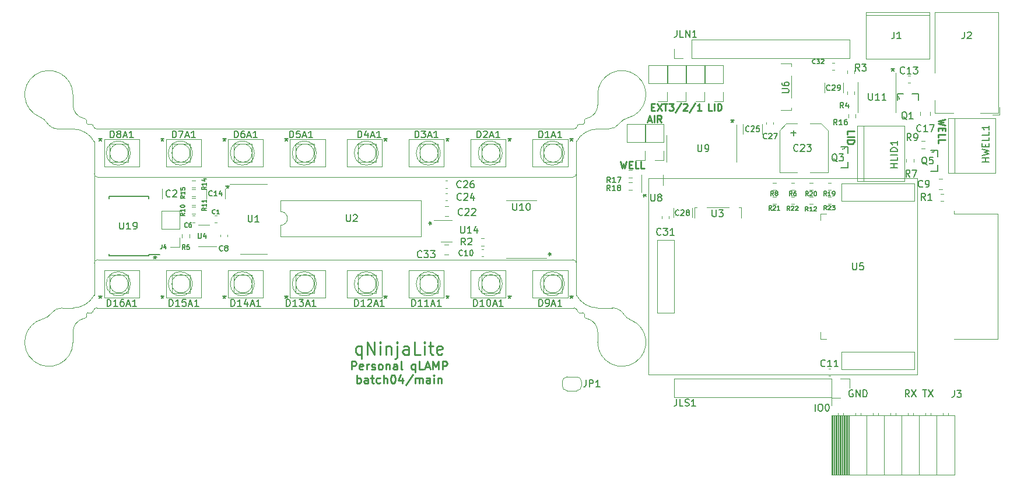
<source format=gto>
G04 #@! TF.GenerationSoftware,KiCad,Pcbnew,(6.0.5-0)*
G04 #@! TF.CreationDate,2022-10-09T22:32:15+09:00*
G04 #@! TF.ProjectId,qLAMP-main,714c414d-502d-46d6-9169-6e2e6b696361,rev?*
G04 #@! TF.SameCoordinates,Original*
G04 #@! TF.FileFunction,Legend,Top*
G04 #@! TF.FilePolarity,Positive*
%FSLAX46Y46*%
G04 Gerber Fmt 4.6, Leading zero omitted, Abs format (unit mm)*
G04 Created by KiCad (PCBNEW (6.0.5-0)) date 2022-10-09 22:32:15*
%MOMM*%
%LPD*%
G01*
G04 APERTURE LIST*
%ADD10C,0.100000*%
%ADD11C,0.254000*%
%ADD12C,0.150000*%
%ADD13C,0.149860*%
%ADD14C,0.120000*%
%ADD15C,0.152400*%
G04 APERTURE END LIST*
D10*
X147657227Y-111500000D02*
X147657227Y-92500000D01*
X70761525Y-88065903D02*
G75*
G03*
X69793791Y-87266166I-1693525J-1063897D01*
G01*
X70234056Y-116598779D02*
G75*
G03*
X71379757Y-115828755I-474256J1942979D01*
G01*
X127907202Y-111501637D02*
G75*
G03*
X127907202Y-111501637I-1750000J0D01*
G01*
X74563906Y-84004758D02*
G75*
G03*
X69793791Y-87266166I-3499996J-2D01*
G01*
X148059038Y-88305454D02*
G75*
G03*
X147886139Y-88404914I-38J-199946D01*
G01*
X76697682Y-115698282D02*
G75*
G03*
X76497682Y-115898256I18J-200018D01*
G01*
X76511958Y-88105442D02*
G75*
G03*
X76712016Y-88305442I200042J42D01*
G01*
X77255380Y-115698260D02*
G75*
G03*
X77428279Y-115598784I20J199960D01*
G01*
X77562677Y-88683690D02*
G75*
G03*
X77428293Y-88404914I-1863477J-726510D01*
G01*
X70761576Y-88065871D02*
G75*
G03*
X72455067Y-89001961I1693524J1063871D01*
G01*
X145907216Y-92502061D02*
G75*
G03*
X145907216Y-92502061I-1750000J0D01*
G01*
X72999668Y-115001696D02*
G75*
G03*
X71379757Y-115828755I32J-2000004D01*
G01*
X76512016Y-87717688D02*
X76512016Y-88105442D01*
X150750462Y-118498940D02*
G75*
G03*
X149182810Y-116546221I-1999962J40D01*
G01*
X77657201Y-90864958D02*
G75*
G03*
X74563643Y-89001961I-3093601J-1637042D01*
G01*
X74563901Y-118498940D02*
X74563901Y-119998940D01*
X147657202Y-108501637D02*
X147657202Y-113138748D01*
X148816736Y-88105442D02*
X148816736Y-87712572D01*
X77428284Y-115598787D02*
G75*
G03*
X77562669Y-115320010I-1729084J1005287D01*
G01*
X72999668Y-115001737D02*
X74563629Y-115001737D01*
X147285904Y-89002089D02*
G75*
G03*
X147751749Y-88683688I-4J499989D01*
G01*
X74563944Y-85504758D02*
G75*
G03*
X76131608Y-87457477I1999956J-42D01*
G01*
X74563915Y-84004758D02*
X74563915Y-85504758D01*
X78028528Y-89002061D02*
X147285904Y-89002061D01*
X109907202Y-111501637D02*
G75*
G03*
X109907202Y-111501637I-1750000J0D01*
G01*
X77657216Y-95502061D02*
X77657216Y-90864950D01*
X91907216Y-92502061D02*
G75*
G03*
X91907216Y-92502061I-1750000J0D01*
G01*
X152314750Y-89001961D02*
X150750789Y-89001961D01*
X77657202Y-113138748D02*
X77657202Y-108501637D01*
X147886136Y-88404912D02*
G75*
G03*
X147751749Y-88683688I1729064J-1005288D01*
G01*
X148934323Y-116474066D02*
G75*
G03*
X149182810Y-116546221I680677J1880166D01*
G01*
X77562682Y-88683688D02*
G75*
G03*
X78028528Y-89002061I465818J181588D01*
G01*
X76131593Y-116546217D02*
G75*
G03*
X76364170Y-116479751I-432293J1952817D01*
G01*
X155080376Y-87404975D02*
G75*
G03*
X150750517Y-84004758I-829876J3400175D01*
G01*
X136907202Y-111501637D02*
G75*
G03*
X136907202Y-111501637I-1750000J0D01*
G01*
X154552886Y-115937800D02*
G75*
G03*
X155520627Y-116737532I1693514J1063900D01*
G01*
X70234037Y-116598704D02*
G75*
G03*
X74563901Y-119998940I829863J-3400196D01*
G01*
X118907216Y-92502061D02*
G75*
G03*
X118907216Y-92502061I-1750000J0D01*
G01*
X147157216Y-96002061D02*
X78157216Y-96002061D01*
X118907202Y-111501637D02*
G75*
G03*
X118907202Y-111501637I-1750000J0D01*
G01*
X76131586Y-116546184D02*
G75*
G03*
X74563901Y-118498940I432314J-1952716D01*
G01*
X147657163Y-108501637D02*
G75*
G03*
X147157202Y-108001637I-499963J37D01*
G01*
X150750499Y-119998940D02*
G75*
G03*
X155520627Y-116737532I3500001J0D01*
G01*
X91907202Y-111501637D02*
G75*
G03*
X91907202Y-111501637I-1750000J0D01*
G01*
X150750775Y-115001737D02*
X152859351Y-115001737D01*
X147657216Y-90864950D02*
X147657216Y-95502061D01*
X147657204Y-113138747D02*
G75*
G03*
X150750775Y-115001737I3093596J1637047D01*
G01*
X100907202Y-111501637D02*
G75*
G03*
X100907202Y-111501637I-1750000J0D01*
G01*
X76712016Y-88305442D02*
X77255394Y-88305442D01*
X136907216Y-92502061D02*
G75*
G03*
X136907216Y-92502061I-1750000J0D01*
G01*
X147886126Y-115598783D02*
G75*
G03*
X148059024Y-115698256I172874J100483D01*
G01*
X109907216Y-92502061D02*
G75*
G03*
X109907216Y-92502061I-1750000J0D01*
G01*
X148059038Y-88305442D02*
X148616736Y-88305442D01*
X155080365Y-87404930D02*
G75*
G03*
X153934661Y-88174943I474235J-1942970D01*
G01*
X149182836Y-87457530D02*
G75*
G03*
X150750517Y-85504758I-432336J1952730D01*
G01*
X148950265Y-87523995D02*
G75*
G03*
X148816736Y-87712572I66435J-188605D01*
G01*
X145907202Y-111501637D02*
G75*
G03*
X145907202Y-111501637I-1750000J0D01*
G01*
X150750517Y-85504758D02*
X150750517Y-84004758D01*
X76497682Y-115898256D02*
X76497682Y-116291126D01*
X149182823Y-87457472D02*
G75*
G03*
X148950248Y-87523947I432377J-1952828D01*
G01*
X76380094Y-87529634D02*
G75*
G03*
X76131608Y-87457477I-680694J-1880166D01*
G01*
X147751722Y-115320015D02*
G75*
G03*
X147285890Y-115001637I-465822J-181585D01*
G01*
X148802444Y-115898256D02*
G75*
G03*
X148602402Y-115698256I-200044J-44D01*
G01*
X76364158Y-116479716D02*
G75*
G03*
X76497682Y-116291126I-66458J188616D01*
G01*
X154552902Y-115937790D02*
G75*
G03*
X152859351Y-115001737I-1693502J-1063910D01*
G01*
X78028514Y-115001627D02*
G75*
G03*
X77562669Y-115320010I-14J-499973D01*
G01*
X147157216Y-96002116D02*
G75*
G03*
X147657216Y-95502061I-16J500016D01*
G01*
X100907216Y-92502061D02*
G75*
G03*
X100907216Y-92502061I-1750000J0D01*
G01*
X152314750Y-89001936D02*
G75*
G03*
X153934661Y-88174943I50J1999936D01*
G01*
X77657214Y-92500000D02*
X77657214Y-111500000D01*
X147751740Y-115320008D02*
G75*
G03*
X147886125Y-115598784I1863460J726508D01*
G01*
X74563643Y-89001961D02*
X72455067Y-89001961D01*
X148616736Y-88305436D02*
G75*
G03*
X148816736Y-88105442I-36J200036D01*
G01*
X78157202Y-108001637D02*
X147157202Y-108001637D01*
X148802392Y-116286010D02*
G75*
G03*
X148934323Y-116474066I200008J10D01*
G01*
X77428280Y-88404922D02*
G75*
G03*
X77255394Y-88305442I-172880J-100478D01*
G01*
X77255380Y-115698256D02*
X76697682Y-115698256D01*
X76512016Y-87717688D02*
G75*
G03*
X76380095Y-87529632I-200016J-12D01*
G01*
X82907216Y-92502061D02*
G75*
G03*
X82907216Y-92502061I-1750000J0D01*
G01*
X77657239Y-95502061D02*
G75*
G03*
X78157216Y-96002061I499961J-39D01*
G01*
X148802402Y-116286010D02*
X148802402Y-115898256D01*
X150750789Y-89001972D02*
G75*
G03*
X147657216Y-90864950I11J-3500028D01*
G01*
X147285890Y-115001637D02*
X78028514Y-115001637D01*
X148602402Y-115698256D02*
X148059024Y-115698256D01*
X82907202Y-111501637D02*
G75*
G03*
X82907202Y-111501637I-1750000J0D01*
G01*
X150750503Y-119998940D02*
X150750503Y-118498940D01*
X74563629Y-115001743D02*
G75*
G03*
X77657202Y-113138748I-29J3500043D01*
G01*
X78157202Y-108001602D02*
G75*
G03*
X77657202Y-108501637I-2J-499998D01*
G01*
X127907216Y-92502061D02*
G75*
G03*
X127907216Y-92502061I-1750000J0D01*
G01*
D11*
X115777142Y-125962875D02*
X115777142Y-124762875D01*
X115777142Y-125220018D02*
X115891428Y-125162875D01*
X116120000Y-125162875D01*
X116234285Y-125220018D01*
X116291428Y-125277160D01*
X116348571Y-125391446D01*
X116348571Y-125734303D01*
X116291428Y-125848589D01*
X116234285Y-125905732D01*
X116120000Y-125962875D01*
X115891428Y-125962875D01*
X115777142Y-125905732D01*
X117377142Y-125962875D02*
X117377142Y-125334303D01*
X117320000Y-125220018D01*
X117205714Y-125162875D01*
X116977142Y-125162875D01*
X116862857Y-125220018D01*
X117377142Y-125905732D02*
X117262857Y-125962875D01*
X116977142Y-125962875D01*
X116862857Y-125905732D01*
X116805714Y-125791446D01*
X116805714Y-125677160D01*
X116862857Y-125562875D01*
X116977142Y-125505732D01*
X117262857Y-125505732D01*
X117377142Y-125448589D01*
X117777142Y-125162875D02*
X118234285Y-125162875D01*
X117948571Y-124762875D02*
X117948571Y-125791446D01*
X118005714Y-125905732D01*
X118120000Y-125962875D01*
X118234285Y-125962875D01*
X119148571Y-125905732D02*
X119034285Y-125962875D01*
X118805714Y-125962875D01*
X118691428Y-125905732D01*
X118634285Y-125848589D01*
X118577142Y-125734303D01*
X118577142Y-125391446D01*
X118634285Y-125277160D01*
X118691428Y-125220018D01*
X118805714Y-125162875D01*
X119034285Y-125162875D01*
X119148571Y-125220018D01*
X119662857Y-125962875D02*
X119662857Y-124762875D01*
X120177142Y-125962875D02*
X120177142Y-125334303D01*
X120120000Y-125220018D01*
X120005714Y-125162875D01*
X119834285Y-125162875D01*
X119720000Y-125220018D01*
X119662857Y-125277160D01*
X120977142Y-124762875D02*
X121091428Y-124762875D01*
X121205714Y-124820018D01*
X121262857Y-124877160D01*
X121320000Y-124991446D01*
X121377142Y-125220018D01*
X121377142Y-125505732D01*
X121320000Y-125734303D01*
X121262857Y-125848589D01*
X121205714Y-125905732D01*
X121091428Y-125962875D01*
X120977142Y-125962875D01*
X120862857Y-125905732D01*
X120805714Y-125848589D01*
X120748571Y-125734303D01*
X120691428Y-125505732D01*
X120691428Y-125220018D01*
X120748571Y-124991446D01*
X120805714Y-124877160D01*
X120862857Y-124820018D01*
X120977142Y-124762875D01*
X122405714Y-125162875D02*
X122405714Y-125962875D01*
X122120000Y-124705732D02*
X121834285Y-125562875D01*
X122577142Y-125562875D01*
X123891428Y-124705732D02*
X122862857Y-126248589D01*
X124291428Y-125962875D02*
X124291428Y-125162875D01*
X124291428Y-125277160D02*
X124348571Y-125220018D01*
X124462857Y-125162875D01*
X124634285Y-125162875D01*
X124748571Y-125220018D01*
X124805714Y-125334303D01*
X124805714Y-125962875D01*
X124805714Y-125334303D02*
X124862857Y-125220018D01*
X124977142Y-125162875D01*
X125148571Y-125162875D01*
X125262857Y-125220018D01*
X125320000Y-125334303D01*
X125320000Y-125962875D01*
X126405714Y-125962875D02*
X126405714Y-125334303D01*
X126348571Y-125220018D01*
X126234285Y-125162875D01*
X126005714Y-125162875D01*
X125891428Y-125220018D01*
X126405714Y-125905732D02*
X126291428Y-125962875D01*
X126005714Y-125962875D01*
X125891428Y-125905732D01*
X125834285Y-125791446D01*
X125834285Y-125677160D01*
X125891428Y-125562875D01*
X126005714Y-125505732D01*
X126291428Y-125505732D01*
X126405714Y-125448589D01*
X126977142Y-125962875D02*
X126977142Y-125162875D01*
X126977142Y-124762875D02*
X126920000Y-124820018D01*
X126977142Y-124877160D01*
X127034285Y-124820018D01*
X126977142Y-124762875D01*
X126977142Y-124877160D01*
X127548571Y-125162875D02*
X127548571Y-125962875D01*
X127548571Y-125277160D02*
X127605714Y-125220018D01*
X127720000Y-125162875D01*
X127891428Y-125162875D01*
X128005714Y-125220018D01*
X128062857Y-125334303D01*
X128062857Y-125962875D01*
X186960380Y-89784571D02*
X186960380Y-89300761D01*
X187976380Y-89300761D01*
X186960380Y-90123238D02*
X187976380Y-90123238D01*
X186960380Y-90607047D02*
X187976380Y-90607047D01*
X187976380Y-90848952D01*
X187928000Y-90994095D01*
X187831238Y-91090857D01*
X187734476Y-91139238D01*
X187540952Y-91187619D01*
X187395809Y-91187619D01*
X187202285Y-91139238D01*
X187105523Y-91090857D01*
X187008761Y-90994095D01*
X186960380Y-90848952D01*
X186960380Y-90607047D01*
X201256380Y-87602476D02*
X200240380Y-87844380D01*
X200966095Y-88037904D01*
X200240380Y-88231428D01*
X201256380Y-88473333D01*
X200772571Y-88860380D02*
X200772571Y-89199047D01*
X200240380Y-89344190D02*
X200240380Y-88860380D01*
X201256380Y-88860380D01*
X201256380Y-89344190D01*
X200240380Y-90263428D02*
X200240380Y-89779619D01*
X201256380Y-89779619D01*
X200240380Y-91085904D02*
X200240380Y-90602095D01*
X201256380Y-90602095D01*
X158535630Y-85797437D02*
X158874296Y-85797437D01*
X159019439Y-86329628D02*
X158535630Y-86329628D01*
X158535630Y-85313628D01*
X159019439Y-85313628D01*
X159358106Y-85313628D02*
X160035439Y-86329628D01*
X160035439Y-85313628D02*
X159358106Y-86329628D01*
X160277344Y-85313628D02*
X160857915Y-85313628D01*
X160567630Y-86329628D02*
X160567630Y-85313628D01*
X161099820Y-85313628D02*
X161728772Y-85313628D01*
X161390106Y-85700675D01*
X161535249Y-85700675D01*
X161632011Y-85749056D01*
X161680391Y-85797437D01*
X161728772Y-85894199D01*
X161728772Y-86136104D01*
X161680391Y-86232866D01*
X161632011Y-86281247D01*
X161535249Y-86329628D01*
X161244963Y-86329628D01*
X161148201Y-86281247D01*
X161099820Y-86232866D01*
X162889915Y-85265247D02*
X162019058Y-86571532D01*
X163180201Y-85410389D02*
X163228582Y-85362009D01*
X163325344Y-85313628D01*
X163567249Y-85313628D01*
X163664011Y-85362009D01*
X163712391Y-85410389D01*
X163760772Y-85507151D01*
X163760772Y-85603913D01*
X163712391Y-85749056D01*
X163131820Y-86329628D01*
X163760772Y-86329628D01*
X164921915Y-85265247D02*
X164051058Y-86571532D01*
X165792772Y-86329628D02*
X165212201Y-86329628D01*
X165502487Y-86329628D02*
X165502487Y-85313628D01*
X165405725Y-85458770D01*
X165308963Y-85555532D01*
X165212201Y-85603913D01*
X158008190Y-87739333D02*
X158492000Y-87739333D01*
X157911428Y-88029619D02*
X158250095Y-87013619D01*
X158588761Y-88029619D01*
X158927428Y-88029619D02*
X158927428Y-87013619D01*
X159991809Y-88029619D02*
X159653142Y-87545809D01*
X159411238Y-88029619D02*
X159411238Y-87013619D01*
X159798285Y-87013619D01*
X159895047Y-87062000D01*
X159943428Y-87110380D01*
X159991809Y-87207142D01*
X159991809Y-87352285D01*
X159943428Y-87449047D01*
X159895047Y-87497428D01*
X159798285Y-87545809D01*
X159411238Y-87545809D01*
X154062476Y-93743619D02*
X154304380Y-94759619D01*
X154497904Y-94033904D01*
X154691428Y-94759619D01*
X154933333Y-93743619D01*
X155320380Y-94227428D02*
X155659047Y-94227428D01*
X155804190Y-94759619D02*
X155320380Y-94759619D01*
X155320380Y-93743619D01*
X155804190Y-93743619D01*
X156723428Y-94759619D02*
X156239619Y-94759619D01*
X156239619Y-93743619D01*
X157545904Y-94759619D02*
X157062095Y-94759619D01*
X157062095Y-93743619D01*
X167334571Y-86329628D02*
X166850761Y-86329628D01*
X166850761Y-85313628D01*
X167673238Y-86329628D02*
X167673238Y-85313628D01*
X168157047Y-86329628D02*
X168157047Y-85313628D01*
X168398952Y-85313628D01*
X168544095Y-85362009D01*
X168640857Y-85458770D01*
X168689238Y-85555532D01*
X168737619Y-85749056D01*
X168737619Y-85894199D01*
X168689238Y-86087723D01*
X168640857Y-86184485D01*
X168544095Y-86281247D01*
X168398952Y-86329628D01*
X168157047Y-86329628D01*
D12*
X128950000Y-113162380D02*
X128950000Y-113400476D01*
X128711904Y-113305238D02*
X128950000Y-113400476D01*
X129188095Y-113305238D01*
X128807142Y-113590952D02*
X128950000Y-113400476D01*
X129092857Y-113590952D01*
X193590000Y-80122380D02*
X193590000Y-80360476D01*
X193351904Y-80265238D02*
X193590000Y-80360476D01*
X193828095Y-80265238D01*
X193447142Y-80550952D02*
X193590000Y-80360476D01*
X193732857Y-80550952D01*
X143562380Y-107190000D02*
X143800476Y-107190000D01*
X143705238Y-107428095D02*
X143800476Y-107190000D01*
X143705238Y-106951904D01*
X143990952Y-107332857D02*
X143800476Y-107190000D01*
X143990952Y-107047142D01*
X78550000Y-90292380D02*
X78550000Y-90530476D01*
X78311904Y-90435238D02*
X78550000Y-90530476D01*
X78788095Y-90435238D01*
X78407142Y-90720952D02*
X78550000Y-90530476D01*
X78692857Y-90720952D01*
X119950000Y-90292380D02*
X119950000Y-90530476D01*
X119711904Y-90435238D02*
X119950000Y-90530476D01*
X120188095Y-90435238D01*
X119807142Y-90720952D02*
X119950000Y-90530476D01*
X120092857Y-90720952D01*
X105550000Y-90292380D02*
X105550000Y-90530476D01*
X105311904Y-90435238D02*
X105550000Y-90530476D01*
X105788095Y-90435238D01*
X105407142Y-90720952D02*
X105550000Y-90530476D01*
X105692857Y-90720952D01*
D11*
X115005714Y-123962873D02*
X115005714Y-122762873D01*
X115462857Y-122762873D01*
X115577142Y-122820016D01*
X115634285Y-122877158D01*
X115691428Y-122991444D01*
X115691428Y-123162873D01*
X115634285Y-123277158D01*
X115577142Y-123334301D01*
X115462857Y-123391444D01*
X115005714Y-123391444D01*
X116662857Y-123905730D02*
X116548571Y-123962873D01*
X116320000Y-123962873D01*
X116205714Y-123905730D01*
X116148571Y-123791444D01*
X116148571Y-123334301D01*
X116205714Y-123220016D01*
X116320000Y-123162873D01*
X116548571Y-123162873D01*
X116662857Y-123220016D01*
X116720000Y-123334301D01*
X116720000Y-123448587D01*
X116148571Y-123562873D01*
X117234285Y-123962873D02*
X117234285Y-123162873D01*
X117234285Y-123391444D02*
X117291428Y-123277158D01*
X117348571Y-123220016D01*
X117462857Y-123162873D01*
X117577142Y-123162873D01*
X117920000Y-123905730D02*
X118034285Y-123962873D01*
X118262857Y-123962873D01*
X118377142Y-123905730D01*
X118434285Y-123791444D01*
X118434285Y-123734301D01*
X118377142Y-123620016D01*
X118262857Y-123562873D01*
X118091428Y-123562873D01*
X117977142Y-123505730D01*
X117920000Y-123391444D01*
X117920000Y-123334301D01*
X117977142Y-123220016D01*
X118091428Y-123162873D01*
X118262857Y-123162873D01*
X118377142Y-123220016D01*
X119120000Y-123962873D02*
X119005714Y-123905730D01*
X118948571Y-123848587D01*
X118891428Y-123734301D01*
X118891428Y-123391444D01*
X118948571Y-123277158D01*
X119005714Y-123220016D01*
X119120000Y-123162873D01*
X119291428Y-123162873D01*
X119405714Y-123220016D01*
X119462857Y-123277158D01*
X119520000Y-123391444D01*
X119520000Y-123734301D01*
X119462857Y-123848587D01*
X119405714Y-123905730D01*
X119291428Y-123962873D01*
X119120000Y-123962873D01*
X120034285Y-123162873D02*
X120034285Y-123962873D01*
X120034285Y-123277158D02*
X120091428Y-123220016D01*
X120205714Y-123162873D01*
X120377142Y-123162873D01*
X120491428Y-123220016D01*
X120548571Y-123334301D01*
X120548571Y-123962873D01*
X121634285Y-123962873D02*
X121634285Y-123334301D01*
X121577142Y-123220016D01*
X121462857Y-123162873D01*
X121234285Y-123162873D01*
X121120000Y-123220016D01*
X121634285Y-123905730D02*
X121520000Y-123962873D01*
X121234285Y-123962873D01*
X121120000Y-123905730D01*
X121062857Y-123791444D01*
X121062857Y-123677158D01*
X121120000Y-123562873D01*
X121234285Y-123505730D01*
X121520000Y-123505730D01*
X121634285Y-123448587D01*
X122377142Y-123962873D02*
X122262857Y-123905730D01*
X122205714Y-123791444D01*
X122205714Y-122762873D01*
X124262857Y-123162873D02*
X124262857Y-124362873D01*
X124262857Y-123905730D02*
X124148571Y-123962873D01*
X123920000Y-123962873D01*
X123805714Y-123905730D01*
X123748571Y-123848587D01*
X123691428Y-123734301D01*
X123691428Y-123391444D01*
X123748571Y-123277158D01*
X123805714Y-123220016D01*
X123920000Y-123162873D01*
X124148571Y-123162873D01*
X124262857Y-123220016D01*
X125405714Y-123962873D02*
X124834285Y-123962873D01*
X124834285Y-122762873D01*
X125748571Y-123620016D02*
X126320000Y-123620016D01*
X125634285Y-123962873D02*
X126034285Y-122762873D01*
X126434285Y-123962873D01*
X126834285Y-123962873D02*
X126834285Y-122762873D01*
X127234285Y-123620016D01*
X127634285Y-122762873D01*
X127634285Y-123962873D01*
X128205714Y-123962873D02*
X128205714Y-122762873D01*
X128662857Y-122762873D01*
X128777142Y-122820016D01*
X128834285Y-122877158D01*
X128891428Y-122991444D01*
X128891428Y-123162873D01*
X128834285Y-123277158D01*
X128777142Y-123334301D01*
X128662857Y-123391444D01*
X128205714Y-123391444D01*
D12*
X197939095Y-126932389D02*
X198510523Y-126932389D01*
X198224809Y-127932389D02*
X198224809Y-126932389D01*
X198748619Y-126932389D02*
X199415285Y-127932389D01*
X199415285Y-126932389D02*
X198748619Y-127932389D01*
D11*
X116434285Y-120574285D02*
X116434285Y-122374285D01*
X116434285Y-121688571D02*
X116262857Y-121774285D01*
X115920000Y-121774285D01*
X115748571Y-121688571D01*
X115662857Y-121602857D01*
X115577142Y-121431428D01*
X115577142Y-120917142D01*
X115662857Y-120745714D01*
X115748571Y-120660000D01*
X115920000Y-120574285D01*
X116262857Y-120574285D01*
X116434285Y-120660000D01*
X117291428Y-121774285D02*
X117291428Y-119974285D01*
X118320000Y-121774285D01*
X118320000Y-119974285D01*
X119177142Y-121774285D02*
X119177142Y-120574285D01*
X119177142Y-119974285D02*
X119091428Y-120060000D01*
X119177142Y-120145714D01*
X119262857Y-120060000D01*
X119177142Y-119974285D01*
X119177142Y-120145714D01*
X120034285Y-120574285D02*
X120034285Y-121774285D01*
X120034285Y-120745714D02*
X120120000Y-120660000D01*
X120291428Y-120574285D01*
X120548571Y-120574285D01*
X120720000Y-120660000D01*
X120805714Y-120831428D01*
X120805714Y-121774285D01*
X121662857Y-120574285D02*
X121662857Y-122117142D01*
X121577142Y-122288571D01*
X121405714Y-122374285D01*
X121320000Y-122374285D01*
X121662857Y-119974285D02*
X121577142Y-120060000D01*
X121662857Y-120145714D01*
X121748571Y-120060000D01*
X121662857Y-119974285D01*
X121662857Y-120145714D01*
X123291428Y-121774285D02*
X123291428Y-120831428D01*
X123205714Y-120660000D01*
X123034285Y-120574285D01*
X122691428Y-120574285D01*
X122520000Y-120660000D01*
X123291428Y-121688571D02*
X123120000Y-121774285D01*
X122691428Y-121774285D01*
X122520000Y-121688571D01*
X122434285Y-121517142D01*
X122434285Y-121345714D01*
X122520000Y-121174285D01*
X122691428Y-121088571D01*
X123120000Y-121088571D01*
X123291428Y-121002857D01*
X125005714Y-121774285D02*
X124148571Y-121774285D01*
X124148571Y-119974285D01*
X125605714Y-121774285D02*
X125605714Y-120574285D01*
X125605714Y-119974285D02*
X125520000Y-120060000D01*
X125605714Y-120145714D01*
X125691428Y-120060000D01*
X125605714Y-119974285D01*
X125605714Y-120145714D01*
X126205714Y-120574285D02*
X126891428Y-120574285D01*
X126462857Y-119974285D02*
X126462857Y-121517142D01*
X126548571Y-121688571D01*
X126720000Y-121774285D01*
X126891428Y-121774285D01*
X128177142Y-121688571D02*
X128005714Y-121774285D01*
X127662857Y-121774285D01*
X127491428Y-121688571D01*
X127405714Y-121517142D01*
X127405714Y-120831428D01*
X127491428Y-120660000D01*
X127662857Y-120574285D01*
X128005714Y-120574285D01*
X128177142Y-120660000D01*
X128262857Y-120831428D01*
X128262857Y-121002857D01*
X127405714Y-121174285D01*
D12*
X87550000Y-113162380D02*
X87550000Y-113400476D01*
X87311904Y-113305238D02*
X87550000Y-113400476D01*
X87788095Y-113305238D01*
X87407142Y-113590952D02*
X87550000Y-113400476D01*
X87692857Y-113590952D01*
X96550000Y-113162380D02*
X96550000Y-113400476D01*
X96311904Y-113305238D02*
X96550000Y-113400476D01*
X96788095Y-113305238D01*
X96407142Y-113590952D02*
X96550000Y-113400476D01*
X96692857Y-113590952D01*
X157322380Y-98650000D02*
X157560476Y-98650000D01*
X157465238Y-98888095D02*
X157560476Y-98650000D01*
X157465238Y-98411904D01*
X157750952Y-98792857D02*
X157560476Y-98650000D01*
X157750952Y-98507142D01*
X137950000Y-113162380D02*
X137950000Y-113400476D01*
X137711904Y-113305238D02*
X137950000Y-113400476D01*
X138188095Y-113305238D01*
X137807142Y-113590952D02*
X137950000Y-113400476D01*
X138092857Y-113590952D01*
X87550000Y-90292380D02*
X87550000Y-90530476D01*
X87311904Y-90435238D02*
X87550000Y-90530476D01*
X87788095Y-90435238D01*
X87407142Y-90720952D02*
X87550000Y-90530476D01*
X87692857Y-90720952D01*
X146950000Y-113162380D02*
X146950000Y-113400476D01*
X146711904Y-113305238D02*
X146950000Y-113400476D01*
X147188095Y-113305238D01*
X146807142Y-113590952D02*
X146950000Y-113400476D01*
X147092857Y-113590952D01*
X78550000Y-113162380D02*
X78550000Y-113400476D01*
X78311904Y-113305238D02*
X78550000Y-113400476D01*
X78788095Y-113305238D01*
X78407142Y-113590952D02*
X78550000Y-113400476D01*
X78692857Y-113590952D01*
X126222380Y-102690000D02*
X126460476Y-102690000D01*
X126365238Y-102928095D02*
X126460476Y-102690000D01*
X126365238Y-102451904D01*
X126650952Y-102832857D02*
X126460476Y-102690000D01*
X126650952Y-102547142D01*
X195994333Y-127932389D02*
X195661000Y-127456199D01*
X195422904Y-127932389D02*
X195422904Y-126932389D01*
X195803857Y-126932389D01*
X195899095Y-126980009D01*
X195946714Y-127027628D01*
X195994333Y-127122866D01*
X195994333Y-127265723D01*
X195946714Y-127360961D01*
X195899095Y-127408580D01*
X195803857Y-127456199D01*
X195422904Y-127456199D01*
X196327666Y-126932389D02*
X196994333Y-127932389D01*
X196994333Y-126932389D02*
X196327666Y-127932389D01*
X86470000Y-107412380D02*
X86470000Y-107650476D01*
X86231904Y-107555238D02*
X86470000Y-107650476D01*
X86708095Y-107555238D01*
X86327142Y-107840952D02*
X86470000Y-107650476D01*
X86612857Y-107840952D01*
X105550000Y-113162380D02*
X105550000Y-113400476D01*
X105311904Y-113305238D02*
X105550000Y-113400476D01*
X105788095Y-113305238D01*
X105407142Y-113590952D02*
X105550000Y-113400476D01*
X105692857Y-113590952D01*
X146950000Y-90292380D02*
X146950000Y-90530476D01*
X146711904Y-90435238D02*
X146950000Y-90530476D01*
X147188095Y-90435238D01*
X146807142Y-90720952D02*
X146950000Y-90530476D01*
X147092857Y-90720952D01*
X137950000Y-90292380D02*
X137950000Y-90530476D01*
X137711904Y-90435238D02*
X137950000Y-90530476D01*
X138188095Y-90435238D01*
X137807142Y-90720952D02*
X137950000Y-90530476D01*
X138092857Y-90720952D01*
X119950000Y-113162380D02*
X119950000Y-113400476D01*
X119711904Y-113305238D02*
X119950000Y-113400476D01*
X120188095Y-113305238D01*
X119807142Y-113590952D02*
X119950000Y-113400476D01*
X120092857Y-113590952D01*
X170290000Y-87572380D02*
X170290000Y-87810476D01*
X170051904Y-87715238D02*
X170290000Y-87810476D01*
X170528095Y-87715238D01*
X170147142Y-88000952D02*
X170290000Y-87810476D01*
X170432857Y-88000952D01*
X97010000Y-97152380D02*
X97010000Y-97390476D01*
X96771904Y-97295238D02*
X97010000Y-97390476D01*
X97248095Y-97295238D01*
X96867142Y-97580952D02*
X97010000Y-97390476D01*
X97152857Y-97580952D01*
X96550000Y-90292380D02*
X96550000Y-90530476D01*
X96311904Y-90435238D02*
X96550000Y-90530476D01*
X96788095Y-90435238D01*
X96407142Y-90720952D02*
X96550000Y-90530476D01*
X96692857Y-90720952D01*
X187779095Y-126980009D02*
X187683857Y-126932389D01*
X187541000Y-126932389D01*
X187398142Y-126980009D01*
X187302904Y-127075247D01*
X187255285Y-127170485D01*
X187207666Y-127360961D01*
X187207666Y-127503818D01*
X187255285Y-127694294D01*
X187302904Y-127789532D01*
X187398142Y-127884770D01*
X187541000Y-127932389D01*
X187636238Y-127932389D01*
X187779095Y-127884770D01*
X187826714Y-127837151D01*
X187826714Y-127503818D01*
X187636238Y-127503818D01*
X188255285Y-127932389D02*
X188255285Y-126932389D01*
X188826714Y-127932389D01*
X188826714Y-126932389D01*
X189302904Y-127932389D02*
X189302904Y-126932389D01*
X189541000Y-126932389D01*
X189683857Y-126980009D01*
X189779095Y-127075247D01*
X189826714Y-127170485D01*
X189874333Y-127360961D01*
X189874333Y-127503818D01*
X189826714Y-127694294D01*
X189779095Y-127789532D01*
X189683857Y-127884770D01*
X189541000Y-127932389D01*
X189302904Y-127932389D01*
X128950000Y-90292380D02*
X128950000Y-90530476D01*
X128711904Y-90435238D02*
X128950000Y-90530476D01*
X129188095Y-90435238D01*
X128807142Y-90720952D02*
X128950000Y-90530476D01*
X129092857Y-90720952D01*
X182320000Y-129992380D02*
X182320000Y-128992380D01*
X182986666Y-128992380D02*
X183177142Y-128992380D01*
X183272380Y-129040000D01*
X183367619Y-129135238D01*
X183415238Y-129325714D01*
X183415238Y-129659047D01*
X183367619Y-129849523D01*
X183272380Y-129944761D01*
X183177142Y-129992380D01*
X182986666Y-129992380D01*
X182891428Y-129944761D01*
X182796190Y-129849523D01*
X182748571Y-129659047D01*
X182748571Y-129325714D01*
X182796190Y-129135238D01*
X182891428Y-129040000D01*
X182986666Y-128992380D01*
X184034285Y-128992380D02*
X184129523Y-128992380D01*
X184224761Y-129040000D01*
X184272380Y-129087619D01*
X184320000Y-129182857D01*
X184367619Y-129373333D01*
X184367619Y-129611428D01*
X184320000Y-129801904D01*
X184272380Y-129897142D01*
X184224761Y-129944761D01*
X184129523Y-129992380D01*
X184034285Y-129992380D01*
X183939047Y-129944761D01*
X183891428Y-129897142D01*
X183843809Y-129801904D01*
X183796190Y-129611428D01*
X183796190Y-129373333D01*
X183843809Y-129182857D01*
X183891428Y-129087619D01*
X183939047Y-129040000D01*
X184034285Y-128992380D01*
X207592379Y-93775247D02*
X206592379Y-93775247D01*
X207068570Y-93775247D02*
X207068570Y-93203818D01*
X207592379Y-93203818D02*
X206592379Y-93203818D01*
X206592379Y-92822866D02*
X207592379Y-92584770D01*
X206878094Y-92394294D01*
X207592379Y-92203818D01*
X206592379Y-91965723D01*
X207068570Y-91584770D02*
X207068570Y-91251437D01*
X207592379Y-91108580D02*
X207592379Y-91584770D01*
X206592379Y-91584770D01*
X206592379Y-91108580D01*
X207592379Y-90203818D02*
X207592379Y-90680009D01*
X206592379Y-90680009D01*
X207592379Y-89394294D02*
X207592379Y-89870485D01*
X206592379Y-89870485D01*
X207592379Y-88537151D02*
X207592379Y-89108580D01*
X207592379Y-88822866D02*
X206592379Y-88822866D01*
X206735237Y-88918104D01*
X206830475Y-89013342D01*
X206878094Y-89108580D01*
X149066666Y-125482380D02*
X149066666Y-126196666D01*
X149019047Y-126339523D01*
X148923809Y-126434761D01*
X148780952Y-126482380D01*
X148685714Y-126482380D01*
X149542857Y-126482380D02*
X149542857Y-125482380D01*
X149923809Y-125482380D01*
X150019047Y-125530000D01*
X150066666Y-125577619D01*
X150114285Y-125672857D01*
X150114285Y-125815714D01*
X150066666Y-125910952D01*
X150019047Y-125958571D01*
X149923809Y-126006190D01*
X149542857Y-126006190D01*
X151066666Y-126482380D02*
X150495238Y-126482380D01*
X150780952Y-126482380D02*
X150780952Y-125482380D01*
X150685714Y-125625238D01*
X150590476Y-125720476D01*
X150495238Y-125768095D01*
X190081904Y-83792380D02*
X190081904Y-84601904D01*
X190129523Y-84697142D01*
X190177142Y-84744761D01*
X190272380Y-84792380D01*
X190462857Y-84792380D01*
X190558095Y-84744761D01*
X190605714Y-84697142D01*
X190653333Y-84601904D01*
X190653333Y-83792380D01*
X191653333Y-84792380D02*
X191081904Y-84792380D01*
X191367619Y-84792380D02*
X191367619Y-83792380D01*
X191272380Y-83935238D01*
X191177142Y-84030476D01*
X191081904Y-84078095D01*
X192605714Y-84792380D02*
X192034285Y-84792380D01*
X192320000Y-84792380D02*
X192320000Y-83792380D01*
X192224761Y-83935238D01*
X192129523Y-84030476D01*
X192034285Y-84078095D01*
X130841904Y-103132386D02*
X130841904Y-103941910D01*
X130889523Y-104037148D01*
X130937142Y-104084767D01*
X131032380Y-104132386D01*
X131222857Y-104132386D01*
X131318095Y-104084767D01*
X131365714Y-104037148D01*
X131413333Y-103941910D01*
X131413333Y-103132386D01*
X132413333Y-104132386D02*
X131841904Y-104132386D01*
X132127619Y-104132386D02*
X132127619Y-103132386D01*
X132032380Y-103275244D01*
X131937142Y-103370482D01*
X131841904Y-103418101D01*
X133270476Y-103465720D02*
X133270476Y-104132386D01*
X133032380Y-103084767D02*
X132794285Y-103799053D01*
X133413333Y-103799053D01*
X131117142Y-101457142D02*
X131069523Y-101504761D01*
X130926666Y-101552380D01*
X130831428Y-101552380D01*
X130688571Y-101504761D01*
X130593333Y-101409523D01*
X130545714Y-101314285D01*
X130498095Y-101123809D01*
X130498095Y-100980952D01*
X130545714Y-100790476D01*
X130593333Y-100695238D01*
X130688571Y-100600000D01*
X130831428Y-100552380D01*
X130926666Y-100552380D01*
X131069523Y-100600000D01*
X131117142Y-100647619D01*
X131498095Y-100647619D02*
X131545714Y-100600000D01*
X131640952Y-100552380D01*
X131879047Y-100552380D01*
X131974285Y-100600000D01*
X132021904Y-100647619D01*
X132069523Y-100742857D01*
X132069523Y-100838095D01*
X132021904Y-100980952D01*
X131450476Y-101552380D01*
X132069523Y-101552380D01*
X132450476Y-100647619D02*
X132498095Y-100600000D01*
X132593333Y-100552380D01*
X132831428Y-100552380D01*
X132926666Y-100600000D01*
X132974285Y-100647619D01*
X133021904Y-100742857D01*
X133021904Y-100838095D01*
X132974285Y-100980952D01*
X132402857Y-101552380D01*
X133021904Y-101552380D01*
X179827131Y-92147131D02*
X179779512Y-92194750D01*
X179636655Y-92242369D01*
X179541417Y-92242369D01*
X179398560Y-92194750D01*
X179303322Y-92099512D01*
X179255703Y-92004274D01*
X179208084Y-91813798D01*
X179208084Y-91670941D01*
X179255703Y-91480465D01*
X179303322Y-91385227D01*
X179398560Y-91289989D01*
X179541417Y-91242369D01*
X179636655Y-91242369D01*
X179779512Y-91289989D01*
X179827131Y-91337608D01*
X180208084Y-91337608D02*
X180255703Y-91289989D01*
X180350941Y-91242369D01*
X180589036Y-91242369D01*
X180684274Y-91289989D01*
X180731893Y-91337608D01*
X180779512Y-91432846D01*
X180779512Y-91528084D01*
X180731893Y-91670941D01*
X180160465Y-92242369D01*
X180779512Y-92242369D01*
X181112846Y-91242369D02*
X181731893Y-91242369D01*
X181398560Y-91623322D01*
X181541417Y-91623322D01*
X181636655Y-91670941D01*
X181684274Y-91718560D01*
X181731893Y-91813798D01*
X181731893Y-92051893D01*
X181684274Y-92147131D01*
X181636655Y-92194750D01*
X181541417Y-92242369D01*
X181255703Y-92242369D01*
X181160465Y-92194750D01*
X181112846Y-92147131D01*
X179201417Y-89960941D02*
X179201417Y-89199036D01*
X179582369Y-89579989D02*
X178820465Y-89579989D01*
X130947142Y-99257142D02*
X130899523Y-99304761D01*
X130756666Y-99352380D01*
X130661428Y-99352380D01*
X130518571Y-99304761D01*
X130423333Y-99209523D01*
X130375714Y-99114285D01*
X130328095Y-98923809D01*
X130328095Y-98780952D01*
X130375714Y-98590476D01*
X130423333Y-98495238D01*
X130518571Y-98400000D01*
X130661428Y-98352380D01*
X130756666Y-98352380D01*
X130899523Y-98400000D01*
X130947142Y-98447619D01*
X131328095Y-98447619D02*
X131375714Y-98400000D01*
X131470952Y-98352380D01*
X131709047Y-98352380D01*
X131804285Y-98400000D01*
X131851904Y-98447619D01*
X131899523Y-98542857D01*
X131899523Y-98638095D01*
X131851904Y-98780952D01*
X131280476Y-99352380D01*
X131899523Y-99352380D01*
X132756666Y-98685714D02*
X132756666Y-99352380D01*
X132518571Y-98304761D02*
X132280476Y-99019047D01*
X132899523Y-99019047D01*
X172725714Y-89295714D02*
X172687619Y-89333809D01*
X172573333Y-89371904D01*
X172497142Y-89371904D01*
X172382857Y-89333809D01*
X172306666Y-89257619D01*
X172268571Y-89181428D01*
X172230476Y-89029047D01*
X172230476Y-88914761D01*
X172268571Y-88762380D01*
X172306666Y-88686190D01*
X172382857Y-88610000D01*
X172497142Y-88571904D01*
X172573333Y-88571904D01*
X172687619Y-88610000D01*
X172725714Y-88648095D01*
X173030476Y-88648095D02*
X173068571Y-88610000D01*
X173144761Y-88571904D01*
X173335238Y-88571904D01*
X173411428Y-88610000D01*
X173449523Y-88648095D01*
X173487619Y-88724285D01*
X173487619Y-88800476D01*
X173449523Y-88914761D01*
X172992380Y-89371904D01*
X173487619Y-89371904D01*
X174211428Y-88571904D02*
X173830476Y-88571904D01*
X173792380Y-88952857D01*
X173830476Y-88914761D01*
X173906666Y-88876666D01*
X174097142Y-88876666D01*
X174173333Y-88914761D01*
X174211428Y-88952857D01*
X174249523Y-89029047D01*
X174249523Y-89219523D01*
X174211428Y-89295714D01*
X174173333Y-89333809D01*
X174097142Y-89371904D01*
X173906666Y-89371904D01*
X173830476Y-89333809D01*
X173792380Y-89295714D01*
X175285714Y-90365714D02*
X175247619Y-90403809D01*
X175133333Y-90441904D01*
X175057142Y-90441904D01*
X174942857Y-90403809D01*
X174866666Y-90327619D01*
X174828571Y-90251428D01*
X174790476Y-90099047D01*
X174790476Y-89984761D01*
X174828571Y-89832380D01*
X174866666Y-89756190D01*
X174942857Y-89680000D01*
X175057142Y-89641904D01*
X175133333Y-89641904D01*
X175247619Y-89680000D01*
X175285714Y-89718095D01*
X175590476Y-89718095D02*
X175628571Y-89680000D01*
X175704761Y-89641904D01*
X175895238Y-89641904D01*
X175971428Y-89680000D01*
X176009523Y-89718095D01*
X176047619Y-89794285D01*
X176047619Y-89870476D01*
X176009523Y-89984761D01*
X175552380Y-90441904D01*
X176047619Y-90441904D01*
X176314285Y-89641904D02*
X176847619Y-89641904D01*
X176504761Y-90441904D01*
X184475714Y-83305714D02*
X184437619Y-83343809D01*
X184323333Y-83381904D01*
X184247142Y-83381904D01*
X184132857Y-83343809D01*
X184056666Y-83267619D01*
X184018571Y-83191428D01*
X183980476Y-83039047D01*
X183980476Y-82924761D01*
X184018571Y-82772380D01*
X184056666Y-82696190D01*
X184132857Y-82620000D01*
X184247142Y-82581904D01*
X184323333Y-82581904D01*
X184437619Y-82620000D01*
X184475714Y-82658095D01*
X184780476Y-82658095D02*
X184818571Y-82620000D01*
X184894761Y-82581904D01*
X185085238Y-82581904D01*
X185161428Y-82620000D01*
X185199523Y-82658095D01*
X185237619Y-82734285D01*
X185237619Y-82810476D01*
X185199523Y-82924761D01*
X184742380Y-83381904D01*
X185237619Y-83381904D01*
X185618571Y-83381904D02*
X185770952Y-83381904D01*
X185847142Y-83343809D01*
X185885238Y-83305714D01*
X185961428Y-83191428D01*
X185999523Y-83039047D01*
X185999523Y-82734285D01*
X185961428Y-82658095D01*
X185923333Y-82620000D01*
X185847142Y-82581904D01*
X185694761Y-82581904D01*
X185618571Y-82620000D01*
X185580476Y-82658095D01*
X185542380Y-82734285D01*
X185542380Y-82924761D01*
X185580476Y-83000952D01*
X185618571Y-83039047D01*
X185694761Y-83077142D01*
X185847142Y-83077142D01*
X185923333Y-83039047D01*
X185961428Y-83000952D01*
X185999523Y-82924761D01*
X159937142Y-104327142D02*
X159889523Y-104374761D01*
X159746666Y-104422380D01*
X159651428Y-104422380D01*
X159508571Y-104374761D01*
X159413333Y-104279523D01*
X159365714Y-104184285D01*
X159318095Y-103993809D01*
X159318095Y-103850952D01*
X159365714Y-103660476D01*
X159413333Y-103565238D01*
X159508571Y-103470000D01*
X159651428Y-103422380D01*
X159746666Y-103422380D01*
X159889523Y-103470000D01*
X159937142Y-103517619D01*
X160270476Y-103422380D02*
X160889523Y-103422380D01*
X160556190Y-103803333D01*
X160699047Y-103803333D01*
X160794285Y-103850952D01*
X160841904Y-103898571D01*
X160889523Y-103993809D01*
X160889523Y-104231904D01*
X160841904Y-104327142D01*
X160794285Y-104374761D01*
X160699047Y-104422380D01*
X160413333Y-104422380D01*
X160318095Y-104374761D01*
X160270476Y-104327142D01*
X161841904Y-104422380D02*
X161270476Y-104422380D01*
X161556190Y-104422380D02*
X161556190Y-103422380D01*
X161460952Y-103565238D01*
X161365714Y-103660476D01*
X161270476Y-103708095D01*
X125197142Y-107607142D02*
X125149523Y-107654761D01*
X125006666Y-107702380D01*
X124911428Y-107702380D01*
X124768571Y-107654761D01*
X124673333Y-107559523D01*
X124625714Y-107464285D01*
X124578095Y-107273809D01*
X124578095Y-107130952D01*
X124625714Y-106940476D01*
X124673333Y-106845238D01*
X124768571Y-106750000D01*
X124911428Y-106702380D01*
X125006666Y-106702380D01*
X125149523Y-106750000D01*
X125197142Y-106797619D01*
X125530476Y-106702380D02*
X126149523Y-106702380D01*
X125816190Y-107083333D01*
X125959047Y-107083333D01*
X126054285Y-107130952D01*
X126101904Y-107178571D01*
X126149523Y-107273809D01*
X126149523Y-107511904D01*
X126101904Y-107607142D01*
X126054285Y-107654761D01*
X125959047Y-107702380D01*
X125673333Y-107702380D01*
X125578095Y-107654761D01*
X125530476Y-107607142D01*
X126482857Y-106702380D02*
X127101904Y-106702380D01*
X126768571Y-107083333D01*
X126911428Y-107083333D01*
X127006666Y-107130952D01*
X127054285Y-107178571D01*
X127101904Y-107273809D01*
X127101904Y-107511904D01*
X127054285Y-107607142D01*
X127006666Y-107654761D01*
X126911428Y-107702380D01*
X126625714Y-107702380D01*
X126530476Y-107654761D01*
X126482857Y-107607142D01*
X195307142Y-80877142D02*
X195259523Y-80924761D01*
X195116666Y-80972380D01*
X195021428Y-80972380D01*
X194878571Y-80924761D01*
X194783333Y-80829523D01*
X194735714Y-80734285D01*
X194688095Y-80543809D01*
X194688095Y-80400952D01*
X194735714Y-80210476D01*
X194783333Y-80115238D01*
X194878571Y-80020000D01*
X195021428Y-79972380D01*
X195116666Y-79972380D01*
X195259523Y-80020000D01*
X195307142Y-80067619D01*
X196259523Y-80972380D02*
X195688095Y-80972380D01*
X195973809Y-80972380D02*
X195973809Y-79972380D01*
X195878571Y-80115238D01*
X195783333Y-80210476D01*
X195688095Y-80258095D01*
X196592857Y-79972380D02*
X197211904Y-79972380D01*
X196878571Y-80353333D01*
X197021428Y-80353333D01*
X197116666Y-80400952D01*
X197164285Y-80448571D01*
X197211904Y-80543809D01*
X197211904Y-80781904D01*
X197164285Y-80877142D01*
X197116666Y-80924761D01*
X197021428Y-80972380D01*
X196735714Y-80972380D01*
X196640476Y-80924761D01*
X196592857Y-80877142D01*
X94760142Y-98662116D02*
X94723857Y-98698402D01*
X94615000Y-98734688D01*
X94542428Y-98734688D01*
X94433571Y-98698402D01*
X94361000Y-98625831D01*
X94324714Y-98553259D01*
X94288428Y-98408116D01*
X94288428Y-98299259D01*
X94324714Y-98154116D01*
X94361000Y-98081545D01*
X94433571Y-98008974D01*
X94542428Y-97972688D01*
X94615000Y-97972688D01*
X94723857Y-98008974D01*
X94760142Y-98045259D01*
X95485857Y-98734688D02*
X95050428Y-98734688D01*
X95268142Y-98734688D02*
X95268142Y-97972688D01*
X95195571Y-98081545D01*
X95123000Y-98154116D01*
X95050428Y-98190402D01*
X96139000Y-98226688D02*
X96139000Y-98734688D01*
X95957571Y-97936402D02*
X95776142Y-98480688D01*
X96247857Y-98480688D01*
X194272390Y-94604757D02*
X193272390Y-94604757D01*
X193748581Y-94604757D02*
X193748581Y-94033329D01*
X194272390Y-94033329D02*
X193272390Y-94033329D01*
X194272390Y-93080948D02*
X194272390Y-93557138D01*
X193272390Y-93557138D01*
X194272390Y-92747615D02*
X193272390Y-92747615D01*
X194272390Y-92271424D02*
X193272390Y-92271424D01*
X193272390Y-92033329D01*
X193320010Y-91890472D01*
X193415248Y-91795234D01*
X193510486Y-91747615D01*
X193700962Y-91699996D01*
X193843819Y-91699996D01*
X194034295Y-91747615D01*
X194129533Y-91795234D01*
X194224771Y-91890472D01*
X194272390Y-92033329D01*
X194272390Y-92271424D01*
X194272390Y-90747615D02*
X194272390Y-91319043D01*
X194272390Y-91033329D02*
X193272390Y-91033329D01*
X193415248Y-91128567D01*
X193510486Y-91223805D01*
X193558105Y-91319043D01*
X81351904Y-102562380D02*
X81351904Y-103371904D01*
X81399523Y-103467142D01*
X81447142Y-103514761D01*
X81542380Y-103562380D01*
X81732857Y-103562380D01*
X81828095Y-103514761D01*
X81875714Y-103467142D01*
X81923333Y-103371904D01*
X81923333Y-102562380D01*
X82923333Y-103562380D02*
X82351904Y-103562380D01*
X82637619Y-103562380D02*
X82637619Y-102562380D01*
X82542380Y-102705238D01*
X82447142Y-102800476D01*
X82351904Y-102848095D01*
X83399523Y-103562380D02*
X83590000Y-103562380D01*
X83685238Y-103514761D01*
X83732857Y-103467142D01*
X83828095Y-103324285D01*
X83875714Y-103133809D01*
X83875714Y-102752857D01*
X83828095Y-102657619D01*
X83780476Y-102610000D01*
X83685238Y-102562380D01*
X83494761Y-102562380D01*
X83399523Y-102610000D01*
X83351904Y-102657619D01*
X83304285Y-102752857D01*
X83304285Y-102990952D01*
X83351904Y-103086190D01*
X83399523Y-103133809D01*
X83494761Y-103181428D01*
X83685238Y-103181428D01*
X83780476Y-103133809D01*
X83828095Y-103086190D01*
X83875714Y-102990952D01*
X96313000Y-106632142D02*
X96276714Y-106668428D01*
X96167857Y-106704714D01*
X96095285Y-106704714D01*
X95986428Y-106668428D01*
X95913857Y-106595857D01*
X95877571Y-106523285D01*
X95841285Y-106378142D01*
X95841285Y-106269285D01*
X95877571Y-106124142D01*
X95913857Y-106051571D01*
X95986428Y-105979000D01*
X96095285Y-105942714D01*
X96167857Y-105942714D01*
X96276714Y-105979000D01*
X96313000Y-106015285D01*
X96748428Y-106269285D02*
X96675857Y-106233000D01*
X96639571Y-106196714D01*
X96603285Y-106124142D01*
X96603285Y-106087857D01*
X96639571Y-106015285D01*
X96675857Y-105979000D01*
X96748428Y-105942714D01*
X96893571Y-105942714D01*
X96966142Y-105979000D01*
X97002428Y-106015285D01*
X97038714Y-106087857D01*
X97038714Y-106124142D01*
X97002428Y-106196714D01*
X96966142Y-106233000D01*
X96893571Y-106269285D01*
X96748428Y-106269285D01*
X96675857Y-106305571D01*
X96639571Y-106341857D01*
X96603285Y-106414428D01*
X96603285Y-106559571D01*
X96639571Y-106632142D01*
X96675857Y-106668428D01*
X96748428Y-106704714D01*
X96893571Y-106704714D01*
X96966142Y-106668428D01*
X97002428Y-106632142D01*
X97038714Y-106559571D01*
X97038714Y-106414428D01*
X97002428Y-106341857D01*
X96966142Y-106305571D01*
X96893571Y-106269285D01*
X183767142Y-123447142D02*
X183719523Y-123494761D01*
X183576666Y-123542380D01*
X183481428Y-123542380D01*
X183338571Y-123494761D01*
X183243333Y-123399523D01*
X183195714Y-123304285D01*
X183148095Y-123113809D01*
X183148095Y-122970952D01*
X183195714Y-122780476D01*
X183243333Y-122685238D01*
X183338571Y-122590000D01*
X183481428Y-122542380D01*
X183576666Y-122542380D01*
X183719523Y-122590000D01*
X183767142Y-122637619D01*
X184719523Y-123542380D02*
X184148095Y-123542380D01*
X184433809Y-123542380D02*
X184433809Y-122542380D01*
X184338571Y-122685238D01*
X184243333Y-122780476D01*
X184148095Y-122828095D01*
X185671904Y-123542380D02*
X185100476Y-123542380D01*
X185386190Y-123542380D02*
X185386190Y-122542380D01*
X185290952Y-122685238D01*
X185195714Y-122780476D01*
X185100476Y-122828095D01*
X91174166Y-103206785D02*
X91143928Y-103237023D01*
X91053214Y-103267261D01*
X90992738Y-103267261D01*
X90902023Y-103237023D01*
X90841547Y-103176547D01*
X90811309Y-103116071D01*
X90781071Y-102995119D01*
X90781071Y-102904404D01*
X90811309Y-102783452D01*
X90841547Y-102722976D01*
X90902023Y-102662500D01*
X90992738Y-102632261D01*
X91053214Y-102632261D01*
X91143928Y-102662500D01*
X91174166Y-102692738D01*
X91718452Y-102632261D02*
X91597500Y-102632261D01*
X91537023Y-102662500D01*
X91506785Y-102692738D01*
X91446309Y-102783452D01*
X91416071Y-102904404D01*
X91416071Y-103146309D01*
X91446309Y-103206785D01*
X91476547Y-103237023D01*
X91537023Y-103267261D01*
X91657976Y-103267261D01*
X91718452Y-103237023D01*
X91748690Y-103206785D01*
X91778928Y-103146309D01*
X91778928Y-102995119D01*
X91748690Y-102934642D01*
X91718452Y-102904404D01*
X91657976Y-102874166D01*
X91537023Y-102874166D01*
X91476547Y-102904404D01*
X91446309Y-102934642D01*
X91416071Y-102995119D01*
X158458095Y-98482380D02*
X158458095Y-99291904D01*
X158505714Y-99387142D01*
X158553333Y-99434761D01*
X158648571Y-99482380D01*
X158839047Y-99482380D01*
X158934285Y-99434761D01*
X158981904Y-99387142D01*
X159029523Y-99291904D01*
X159029523Y-98482380D01*
X159648571Y-98910952D02*
X159553333Y-98863333D01*
X159505714Y-98815714D01*
X159458095Y-98720476D01*
X159458095Y-98672857D01*
X159505714Y-98577619D01*
X159553333Y-98530000D01*
X159648571Y-98482380D01*
X159839047Y-98482380D01*
X159934285Y-98530000D01*
X159981904Y-98577619D01*
X160029523Y-98672857D01*
X160029523Y-98720476D01*
X159981904Y-98815714D01*
X159934285Y-98863333D01*
X159839047Y-98910952D01*
X159648571Y-98910952D01*
X159553333Y-98958571D01*
X159505714Y-99006190D01*
X159458095Y-99101428D01*
X159458095Y-99291904D01*
X159505714Y-99387142D01*
X159553333Y-99434761D01*
X159648571Y-99482380D01*
X159839047Y-99482380D01*
X159934285Y-99434761D01*
X159981904Y-99387142D01*
X160029523Y-99291904D01*
X160029523Y-99101428D01*
X159981904Y-99006190D01*
X159934285Y-98958571D01*
X159839047Y-98910952D01*
X92729428Y-104152714D02*
X92729428Y-104769571D01*
X92765714Y-104842142D01*
X92802000Y-104878428D01*
X92874571Y-104914714D01*
X93019714Y-104914714D01*
X93092285Y-104878428D01*
X93128571Y-104842142D01*
X93164857Y-104769571D01*
X93164857Y-104152714D01*
X93854285Y-104406714D02*
X93854285Y-104914714D01*
X93672857Y-104116428D02*
X93491428Y-104660714D01*
X93963142Y-104660714D01*
X152585714Y-96761904D02*
X152319047Y-96380952D01*
X152128571Y-96761904D02*
X152128571Y-95961904D01*
X152433333Y-95961904D01*
X152509523Y-96000000D01*
X152547619Y-96038095D01*
X152585714Y-96114285D01*
X152585714Y-96228571D01*
X152547619Y-96304761D01*
X152509523Y-96342857D01*
X152433333Y-96380952D01*
X152128571Y-96380952D01*
X153347619Y-96761904D02*
X152890476Y-96761904D01*
X153119047Y-96761904D02*
X153119047Y-95961904D01*
X153042857Y-96076190D01*
X152966666Y-96152380D01*
X152890476Y-96190476D01*
X153614285Y-95961904D02*
X154147619Y-95961904D01*
X153804761Y-96761904D01*
X152555714Y-97951904D02*
X152289047Y-97570952D01*
X152098571Y-97951904D02*
X152098571Y-97151904D01*
X152403333Y-97151904D01*
X152479523Y-97190000D01*
X152517619Y-97228095D01*
X152555714Y-97304285D01*
X152555714Y-97418571D01*
X152517619Y-97494761D01*
X152479523Y-97532857D01*
X152403333Y-97570952D01*
X152098571Y-97570952D01*
X153317619Y-97951904D02*
X152860476Y-97951904D01*
X153089047Y-97951904D02*
X153089047Y-97151904D01*
X153012857Y-97266190D01*
X152936666Y-97342380D01*
X152860476Y-97380476D01*
X153774761Y-97494761D02*
X153698571Y-97456666D01*
X153660476Y-97418571D01*
X153622380Y-97342380D01*
X153622380Y-97304285D01*
X153660476Y-97228095D01*
X153698571Y-97190000D01*
X153774761Y-97151904D01*
X153927142Y-97151904D01*
X154003333Y-97190000D01*
X154041428Y-97228095D01*
X154079523Y-97304285D01*
X154079523Y-97342380D01*
X154041428Y-97418571D01*
X154003333Y-97456666D01*
X153927142Y-97494761D01*
X153774761Y-97494761D01*
X153698571Y-97532857D01*
X153660476Y-97570952D01*
X153622380Y-97647142D01*
X153622380Y-97799523D01*
X153660476Y-97875714D01*
X153698571Y-97913809D01*
X153774761Y-97951904D01*
X153927142Y-97951904D01*
X154003333Y-97913809D01*
X154041428Y-97875714D01*
X154079523Y-97799523D01*
X154079523Y-97647142D01*
X154041428Y-97570952D01*
X154003333Y-97532857D01*
X153927142Y-97494761D01*
X165293095Y-91293380D02*
X165293095Y-92102904D01*
X165340714Y-92198142D01*
X165388333Y-92245761D01*
X165483571Y-92293380D01*
X165674047Y-92293380D01*
X165769285Y-92245761D01*
X165816904Y-92198142D01*
X165864523Y-92102904D01*
X165864523Y-91293380D01*
X166388333Y-92293380D02*
X166578809Y-92293380D01*
X166674047Y-92245761D01*
X166721666Y-92198142D01*
X166816904Y-92055285D01*
X166864523Y-91864809D01*
X166864523Y-91483857D01*
X166816904Y-91388619D01*
X166769285Y-91341000D01*
X166674047Y-91293380D01*
X166483571Y-91293380D01*
X166388333Y-91341000D01*
X166340714Y-91388619D01*
X166293095Y-91483857D01*
X166293095Y-91721952D01*
X166340714Y-91817190D01*
X166388333Y-91864809D01*
X166483571Y-91912428D01*
X166674047Y-91912428D01*
X166769285Y-91864809D01*
X166816904Y-91817190D01*
X166864523Y-91721952D01*
X130917142Y-97447142D02*
X130869523Y-97494761D01*
X130726666Y-97542380D01*
X130631428Y-97542380D01*
X130488571Y-97494761D01*
X130393333Y-97399523D01*
X130345714Y-97304285D01*
X130298095Y-97113809D01*
X130298095Y-96970952D01*
X130345714Y-96780476D01*
X130393333Y-96685238D01*
X130488571Y-96590000D01*
X130631428Y-96542380D01*
X130726666Y-96542380D01*
X130869523Y-96590000D01*
X130917142Y-96637619D01*
X131298095Y-96637619D02*
X131345714Y-96590000D01*
X131440952Y-96542380D01*
X131679047Y-96542380D01*
X131774285Y-96590000D01*
X131821904Y-96637619D01*
X131869523Y-96732857D01*
X131869523Y-96828095D01*
X131821904Y-96970952D01*
X131250476Y-97542380D01*
X131869523Y-97542380D01*
X132726666Y-96542380D02*
X132536190Y-96542380D01*
X132440952Y-96590000D01*
X132393333Y-96637619D01*
X132298095Y-96780476D01*
X132250476Y-96970952D01*
X132250476Y-97351904D01*
X132298095Y-97447142D01*
X132345714Y-97494761D01*
X132440952Y-97542380D01*
X132631428Y-97542380D01*
X132726666Y-97494761D01*
X132774285Y-97447142D01*
X132821904Y-97351904D01*
X132821904Y-97113809D01*
X132774285Y-97018571D01*
X132726666Y-96970952D01*
X132631428Y-96923333D01*
X132440952Y-96923333D01*
X132345714Y-96970952D01*
X132298095Y-97018571D01*
X132250476Y-97113809D01*
X198559761Y-94177619D02*
X198464523Y-94130000D01*
X198369285Y-94034761D01*
X198226428Y-93891904D01*
X198131190Y-93844285D01*
X198035952Y-93844285D01*
X198083571Y-94082380D02*
X197988333Y-94034761D01*
X197893095Y-93939523D01*
X197845476Y-93749047D01*
X197845476Y-93415714D01*
X197893095Y-93225238D01*
X197988333Y-93130000D01*
X198083571Y-93082380D01*
X198274047Y-93082380D01*
X198369285Y-93130000D01*
X198464523Y-93225238D01*
X198512142Y-93415714D01*
X198512142Y-93749047D01*
X198464523Y-93939523D01*
X198369285Y-94034761D01*
X198274047Y-94082380D01*
X198083571Y-94082380D01*
X199416904Y-93082380D02*
X198940714Y-93082380D01*
X198893095Y-93558571D01*
X198940714Y-93510952D01*
X199035952Y-93463333D01*
X199274047Y-93463333D01*
X199369285Y-93510952D01*
X199416904Y-93558571D01*
X199464523Y-93653809D01*
X199464523Y-93891904D01*
X199416904Y-93987142D01*
X199369285Y-94034761D01*
X199274047Y-94082380D01*
X199035952Y-94082380D01*
X198940714Y-94034761D01*
X198893095Y-93987142D01*
X185514761Y-93737619D02*
X185419523Y-93690000D01*
X185324285Y-93594761D01*
X185181428Y-93451904D01*
X185086190Y-93404285D01*
X184990952Y-93404285D01*
X185038571Y-93642380D02*
X184943333Y-93594761D01*
X184848095Y-93499523D01*
X184800476Y-93309047D01*
X184800476Y-92975714D01*
X184848095Y-92785238D01*
X184943333Y-92690000D01*
X185038571Y-92642380D01*
X185229047Y-92642380D01*
X185324285Y-92690000D01*
X185419523Y-92785238D01*
X185467142Y-92975714D01*
X185467142Y-93309047D01*
X185419523Y-93499523D01*
X185324285Y-93594761D01*
X185229047Y-93642380D01*
X185038571Y-93642380D01*
X185800476Y-92642380D02*
X186419523Y-92642380D01*
X186086190Y-93023333D01*
X186229047Y-93023333D01*
X186324285Y-93070952D01*
X186371904Y-93118571D01*
X186419523Y-93213809D01*
X186419523Y-93451904D01*
X186371904Y-93547142D01*
X186324285Y-93594761D01*
X186229047Y-93642380D01*
X185943333Y-93642380D01*
X185848095Y-93594761D01*
X185800476Y-93547142D01*
X195636469Y-87627819D02*
X195541231Y-87580200D01*
X195445993Y-87484961D01*
X195303136Y-87342104D01*
X195207898Y-87294485D01*
X195112660Y-87294485D01*
X195160279Y-87532580D02*
X195065041Y-87484961D01*
X194969803Y-87389723D01*
X194922184Y-87199247D01*
X194922184Y-86865914D01*
X194969803Y-86675438D01*
X195065041Y-86580200D01*
X195160279Y-86532580D01*
X195350755Y-86532580D01*
X195445993Y-86580200D01*
X195541231Y-86675438D01*
X195588850Y-86865914D01*
X195588850Y-87199247D01*
X195541231Y-87389723D01*
X195445993Y-87484961D01*
X195350755Y-87532580D01*
X195160279Y-87532580D01*
X196541231Y-87532580D02*
X195969803Y-87532580D01*
X196255517Y-87532580D02*
X196255517Y-86532580D01*
X196160279Y-86675438D01*
X196065041Y-86770676D01*
X195969803Y-86818295D01*
X138429404Y-99815380D02*
X138429404Y-100624904D01*
X138477023Y-100720142D01*
X138524642Y-100767761D01*
X138619880Y-100815380D01*
X138810357Y-100815380D01*
X138905595Y-100767761D01*
X138953214Y-100720142D01*
X139000833Y-100624904D01*
X139000833Y-99815380D01*
X140000833Y-100815380D02*
X139429404Y-100815380D01*
X139715119Y-100815380D02*
X139715119Y-99815380D01*
X139619880Y-99958238D01*
X139524642Y-100053476D01*
X139429404Y-100101095D01*
X140619880Y-99815380D02*
X140715119Y-99815380D01*
X140810357Y-99863000D01*
X140857976Y-99910619D01*
X140905595Y-100005857D01*
X140953214Y-100196333D01*
X140953214Y-100434428D01*
X140905595Y-100624904D01*
X140857976Y-100720142D01*
X140810357Y-100767761D01*
X140715119Y-100815380D01*
X140619880Y-100815380D01*
X140524642Y-100767761D01*
X140477023Y-100720142D01*
X140429404Y-100624904D01*
X140381785Y-100434428D01*
X140381785Y-100196333D01*
X140429404Y-100005857D01*
X140477023Y-99910619D01*
X140524642Y-99863000D01*
X140619880Y-99815380D01*
X183971785Y-98697261D02*
X183760119Y-98394880D01*
X183608928Y-98697261D02*
X183608928Y-98062261D01*
X183850833Y-98062261D01*
X183911309Y-98092500D01*
X183941547Y-98122738D01*
X183971785Y-98183214D01*
X183971785Y-98273928D01*
X183941547Y-98334404D01*
X183911309Y-98364642D01*
X183850833Y-98394880D01*
X183608928Y-98394880D01*
X184576547Y-98697261D02*
X184213690Y-98697261D01*
X184395119Y-98697261D02*
X184395119Y-98062261D01*
X184334642Y-98152976D01*
X184274166Y-98213452D01*
X184213690Y-98243690D01*
X184878928Y-98697261D02*
X184999880Y-98697261D01*
X185060357Y-98667023D01*
X185090595Y-98636785D01*
X185151071Y-98546071D01*
X185181309Y-98425119D01*
X185181309Y-98183214D01*
X185151071Y-98122738D01*
X185120833Y-98092500D01*
X185060357Y-98062261D01*
X184939404Y-98062261D01*
X184878928Y-98092500D01*
X184848690Y-98122738D01*
X184818452Y-98183214D01*
X184818452Y-98334404D01*
X184848690Y-98394880D01*
X184878928Y-98425119D01*
X184939404Y-98455357D01*
X185060357Y-98455357D01*
X185120833Y-98425119D01*
X185151071Y-98394880D01*
X185181309Y-98334404D01*
X197933333Y-97367142D02*
X197885714Y-97414761D01*
X197742857Y-97462380D01*
X197647619Y-97462380D01*
X197504761Y-97414761D01*
X197409523Y-97319523D01*
X197361904Y-97224285D01*
X197314285Y-97033809D01*
X197314285Y-96890952D01*
X197361904Y-96700476D01*
X197409523Y-96605238D01*
X197504761Y-96510000D01*
X197647619Y-96462380D01*
X197742857Y-96462380D01*
X197885714Y-96510000D01*
X197933333Y-96557619D01*
X198409523Y-97462380D02*
X198600000Y-97462380D01*
X198695238Y-97414761D01*
X198742857Y-97367142D01*
X198838095Y-97224285D01*
X198885714Y-97033809D01*
X198885714Y-96652857D01*
X198838095Y-96557619D01*
X198790476Y-96510000D01*
X198695238Y-96462380D01*
X198504761Y-96462380D01*
X198409523Y-96510000D01*
X198361904Y-96557619D01*
X198314285Y-96652857D01*
X198314285Y-96890952D01*
X198361904Y-96986190D01*
X198409523Y-97033809D01*
X198504761Y-97081428D01*
X198695238Y-97081428D01*
X198790476Y-97033809D01*
X198838095Y-96986190D01*
X198885714Y-96890952D01*
X196243333Y-90672380D02*
X195910000Y-90196190D01*
X195671904Y-90672380D02*
X195671904Y-89672380D01*
X196052857Y-89672380D01*
X196148095Y-89720000D01*
X196195714Y-89767619D01*
X196243333Y-89862857D01*
X196243333Y-90005714D01*
X196195714Y-90100952D01*
X196148095Y-90148571D01*
X196052857Y-90196190D01*
X195671904Y-90196190D01*
X196719523Y-90672380D02*
X196910000Y-90672380D01*
X197005238Y-90624761D01*
X197052857Y-90577142D01*
X197148095Y-90434285D01*
X197195714Y-90243809D01*
X197195714Y-89862857D01*
X197148095Y-89767619D01*
X197100476Y-89720000D01*
X197005238Y-89672380D01*
X196814761Y-89672380D01*
X196719523Y-89720000D01*
X196671904Y-89767619D01*
X196624285Y-89862857D01*
X196624285Y-90100952D01*
X196671904Y-90196190D01*
X196719523Y-90243809D01*
X196814761Y-90291428D01*
X197005238Y-90291428D01*
X197100476Y-90243809D01*
X197148095Y-90196190D01*
X197195714Y-90100952D01*
X176274166Y-98687261D02*
X176062500Y-98384880D01*
X175911309Y-98687261D02*
X175911309Y-98052261D01*
X176153214Y-98052261D01*
X176213690Y-98082500D01*
X176243928Y-98112738D01*
X176274166Y-98173214D01*
X176274166Y-98263928D01*
X176243928Y-98324404D01*
X176213690Y-98354642D01*
X176153214Y-98384880D01*
X175911309Y-98384880D01*
X176637023Y-98324404D02*
X176576547Y-98294166D01*
X176546309Y-98263928D01*
X176516071Y-98203452D01*
X176516071Y-98173214D01*
X176546309Y-98112738D01*
X176576547Y-98082500D01*
X176637023Y-98052261D01*
X176757976Y-98052261D01*
X176818452Y-98082500D01*
X176848690Y-98112738D01*
X176878928Y-98173214D01*
X176878928Y-98203452D01*
X176848690Y-98263928D01*
X176818452Y-98294166D01*
X176757976Y-98324404D01*
X176637023Y-98324404D01*
X176576547Y-98354642D01*
X176546309Y-98384880D01*
X176516071Y-98445357D01*
X176516071Y-98566309D01*
X176546309Y-98626785D01*
X176576547Y-98657023D01*
X176637023Y-98687261D01*
X176757976Y-98687261D01*
X176818452Y-98657023D01*
X176848690Y-98626785D01*
X176878928Y-98566309D01*
X176878928Y-98445357D01*
X176848690Y-98384880D01*
X176818452Y-98354642D01*
X176757976Y-98324404D01*
X188783333Y-80552380D02*
X188450000Y-80076190D01*
X188211904Y-80552380D02*
X188211904Y-79552380D01*
X188592857Y-79552380D01*
X188688095Y-79600000D01*
X188735714Y-79647619D01*
X188783333Y-79742857D01*
X188783333Y-79885714D01*
X188735714Y-79980952D01*
X188688095Y-80028571D01*
X188592857Y-80076190D01*
X188211904Y-80076190D01*
X189116666Y-79552380D02*
X189735714Y-79552380D01*
X189402380Y-79933333D01*
X189545238Y-79933333D01*
X189640476Y-79980952D01*
X189688095Y-80028571D01*
X189735714Y-80123809D01*
X189735714Y-80361904D01*
X189688095Y-80457142D01*
X189640476Y-80504761D01*
X189545238Y-80552380D01*
X189259523Y-80552380D01*
X189164285Y-80504761D01*
X189116666Y-80457142D01*
X186436666Y-85951904D02*
X186170000Y-85570952D01*
X185979523Y-85951904D02*
X185979523Y-85151904D01*
X186284285Y-85151904D01*
X186360476Y-85190000D01*
X186398571Y-85228095D01*
X186436666Y-85304285D01*
X186436666Y-85418571D01*
X186398571Y-85494761D01*
X186360476Y-85532857D01*
X186284285Y-85570952D01*
X185979523Y-85570952D01*
X187122380Y-85418571D02*
X187122380Y-85951904D01*
X186931904Y-85113809D02*
X186741428Y-85685238D01*
X187236666Y-85685238D01*
X196073333Y-95952380D02*
X195740000Y-95476190D01*
X195501904Y-95952380D02*
X195501904Y-94952380D01*
X195882857Y-94952380D01*
X195978095Y-95000000D01*
X196025714Y-95047619D01*
X196073333Y-95142857D01*
X196073333Y-95285714D01*
X196025714Y-95380952D01*
X195978095Y-95428571D01*
X195882857Y-95476190D01*
X195501904Y-95476190D01*
X196406666Y-94952380D02*
X197073333Y-94952380D01*
X196644761Y-95952380D01*
X178974166Y-98697261D02*
X178762500Y-98394880D01*
X178611309Y-98697261D02*
X178611309Y-98062261D01*
X178853214Y-98062261D01*
X178913690Y-98092500D01*
X178943928Y-98122738D01*
X178974166Y-98183214D01*
X178974166Y-98273928D01*
X178943928Y-98334404D01*
X178913690Y-98364642D01*
X178853214Y-98394880D01*
X178611309Y-98394880D01*
X179518452Y-98062261D02*
X179397500Y-98062261D01*
X179337023Y-98092500D01*
X179306785Y-98122738D01*
X179246309Y-98213452D01*
X179216071Y-98334404D01*
X179216071Y-98576309D01*
X179246309Y-98636785D01*
X179276547Y-98667023D01*
X179337023Y-98697261D01*
X179457976Y-98697261D01*
X179518452Y-98667023D01*
X179548690Y-98636785D01*
X179578928Y-98576309D01*
X179578928Y-98425119D01*
X179548690Y-98364642D01*
X179518452Y-98334404D01*
X179457976Y-98304166D01*
X179337023Y-98304166D01*
X179276547Y-98334404D01*
X179246309Y-98364642D01*
X179216071Y-98425119D01*
X131533331Y-105852371D02*
X131199998Y-105376181D01*
X130961902Y-105852371D02*
X130961902Y-104852371D01*
X131342855Y-104852371D01*
X131438093Y-104899991D01*
X131485712Y-104947610D01*
X131533331Y-105042848D01*
X131533331Y-105185705D01*
X131485712Y-105280943D01*
X131438093Y-105328562D01*
X131342855Y-105376181D01*
X130961902Y-105376181D01*
X131914283Y-104947610D02*
X131961902Y-104899991D01*
X132057140Y-104852371D01*
X132295236Y-104852371D01*
X132390474Y-104899991D01*
X132438093Y-104947610D01*
X132485712Y-105042848D01*
X132485712Y-105138086D01*
X132438093Y-105280943D01*
X131866664Y-105852371D01*
X132485712Y-105852371D01*
X198323333Y-99342380D02*
X197990000Y-98866190D01*
X197751904Y-99342380D02*
X197751904Y-98342380D01*
X198132857Y-98342380D01*
X198228095Y-98390000D01*
X198275714Y-98437619D01*
X198323333Y-98532857D01*
X198323333Y-98675714D01*
X198275714Y-98770952D01*
X198228095Y-98818571D01*
X198132857Y-98866190D01*
X197751904Y-98866190D01*
X199275714Y-99342380D02*
X198704285Y-99342380D01*
X198990000Y-99342380D02*
X198990000Y-98342380D01*
X198894761Y-98485238D01*
X198799523Y-98580476D01*
X198704285Y-98628095D01*
X185495714Y-88401904D02*
X185229047Y-88020952D01*
X185038571Y-88401904D02*
X185038571Y-87601904D01*
X185343333Y-87601904D01*
X185419523Y-87640000D01*
X185457619Y-87678095D01*
X185495714Y-87754285D01*
X185495714Y-87868571D01*
X185457619Y-87944761D01*
X185419523Y-87982857D01*
X185343333Y-88020952D01*
X185038571Y-88020952D01*
X186257619Y-88401904D02*
X185800476Y-88401904D01*
X186029047Y-88401904D02*
X186029047Y-87601904D01*
X185952857Y-87716190D01*
X185876666Y-87792380D01*
X185800476Y-87830476D01*
X186943333Y-87601904D02*
X186790952Y-87601904D01*
X186714761Y-87640000D01*
X186676666Y-87678095D01*
X186600476Y-87792380D01*
X186562380Y-87944761D01*
X186562380Y-88249523D01*
X186600476Y-88325714D01*
X186638571Y-88363809D01*
X186714761Y-88401904D01*
X186867142Y-88401904D01*
X186943333Y-88363809D01*
X186981428Y-88325714D01*
X187019523Y-88249523D01*
X187019523Y-88059047D01*
X186981428Y-87982857D01*
X186943333Y-87944761D01*
X186867142Y-87906666D01*
X186714761Y-87906666D01*
X186638571Y-87944761D01*
X186600476Y-87982857D01*
X186562380Y-88059047D01*
X131105714Y-107315714D02*
X131067619Y-107353809D01*
X130953333Y-107391904D01*
X130877142Y-107391904D01*
X130762857Y-107353809D01*
X130686666Y-107277619D01*
X130648571Y-107201428D01*
X130610476Y-107049047D01*
X130610476Y-106934761D01*
X130648571Y-106782380D01*
X130686666Y-106706190D01*
X130762857Y-106630000D01*
X130877142Y-106591904D01*
X130953333Y-106591904D01*
X131067619Y-106630000D01*
X131105714Y-106668095D01*
X131867619Y-107391904D02*
X131410476Y-107391904D01*
X131639047Y-107391904D02*
X131639047Y-106591904D01*
X131562857Y-106706190D01*
X131486666Y-106782380D01*
X131410476Y-106820476D01*
X132362857Y-106591904D02*
X132439047Y-106591904D01*
X132515238Y-106630000D01*
X132553333Y-106668095D01*
X132591428Y-106744285D01*
X132629523Y-106896666D01*
X132629523Y-107087142D01*
X132591428Y-107239523D01*
X132553333Y-107315714D01*
X132515238Y-107353809D01*
X132439047Y-107391904D01*
X132362857Y-107391904D01*
X132286666Y-107353809D01*
X132248571Y-107315714D01*
X132210476Y-107239523D01*
X132172380Y-107087142D01*
X132172380Y-106896666D01*
X132210476Y-106744285D01*
X132248571Y-106668095D01*
X132286666Y-106630000D01*
X132362857Y-106591904D01*
X162545714Y-101495714D02*
X162507619Y-101533809D01*
X162393333Y-101571904D01*
X162317142Y-101571904D01*
X162202857Y-101533809D01*
X162126666Y-101457619D01*
X162088571Y-101381428D01*
X162050476Y-101229047D01*
X162050476Y-101114761D01*
X162088571Y-100962380D01*
X162126666Y-100886190D01*
X162202857Y-100810000D01*
X162317142Y-100771904D01*
X162393333Y-100771904D01*
X162507619Y-100810000D01*
X162545714Y-100848095D01*
X162850476Y-100848095D02*
X162888571Y-100810000D01*
X162964761Y-100771904D01*
X163155238Y-100771904D01*
X163231428Y-100810000D01*
X163269523Y-100848095D01*
X163307619Y-100924285D01*
X163307619Y-101000476D01*
X163269523Y-101114761D01*
X162812380Y-101571904D01*
X163307619Y-101571904D01*
X163764761Y-101114761D02*
X163688571Y-101076666D01*
X163650476Y-101038571D01*
X163612380Y-100962380D01*
X163612380Y-100924285D01*
X163650476Y-100848095D01*
X163688571Y-100810000D01*
X163764761Y-100771904D01*
X163917142Y-100771904D01*
X163993333Y-100810000D01*
X164031428Y-100848095D01*
X164069523Y-100924285D01*
X164069523Y-100962380D01*
X164031428Y-101038571D01*
X163993333Y-101076666D01*
X163917142Y-101114761D01*
X163764761Y-101114761D01*
X163688571Y-101152857D01*
X163650476Y-101190952D01*
X163612380Y-101267142D01*
X163612380Y-101419523D01*
X163650476Y-101495714D01*
X163688571Y-101533809D01*
X163764761Y-101571904D01*
X163917142Y-101571904D01*
X163993333Y-101533809D01*
X164031428Y-101495714D01*
X164069523Y-101419523D01*
X164069523Y-101267142D01*
X164031428Y-101190952D01*
X163993333Y-101152857D01*
X163917142Y-101114761D01*
X182332142Y-79452142D02*
X182301190Y-79483095D01*
X182208333Y-79514047D01*
X182146428Y-79514047D01*
X182053571Y-79483095D01*
X181991666Y-79421190D01*
X181960714Y-79359285D01*
X181929761Y-79235476D01*
X181929761Y-79142619D01*
X181960714Y-79018809D01*
X181991666Y-78956904D01*
X182053571Y-78895000D01*
X182146428Y-78864047D01*
X182208333Y-78864047D01*
X182301190Y-78895000D01*
X182332142Y-78925952D01*
X182548809Y-78864047D02*
X182951190Y-78864047D01*
X182734523Y-79111666D01*
X182827380Y-79111666D01*
X182889285Y-79142619D01*
X182920238Y-79173571D01*
X182951190Y-79235476D01*
X182951190Y-79390238D01*
X182920238Y-79452142D01*
X182889285Y-79483095D01*
X182827380Y-79514047D01*
X182641666Y-79514047D01*
X182579761Y-79483095D01*
X182548809Y-79452142D01*
X183198809Y-78925952D02*
X183229761Y-78895000D01*
X183291666Y-78864047D01*
X183446428Y-78864047D01*
X183508333Y-78895000D01*
X183539285Y-78925952D01*
X183570238Y-78987857D01*
X183570238Y-79049761D01*
X183539285Y-79142619D01*
X183167857Y-79514047D01*
X183570238Y-79514047D01*
X204006655Y-74882391D02*
X204006655Y-75596677D01*
X203959036Y-75739534D01*
X203863798Y-75834772D01*
X203720941Y-75882391D01*
X203625703Y-75882391D01*
X204435227Y-74977630D02*
X204482846Y-74930011D01*
X204578084Y-74882391D01*
X204816179Y-74882391D01*
X204911417Y-74930011D01*
X204959036Y-74977630D01*
X205006655Y-75072868D01*
X205006655Y-75168106D01*
X204959036Y-75310963D01*
X204387608Y-75882391D01*
X205006655Y-75882391D01*
X183991785Y-100767261D02*
X183780119Y-100464880D01*
X183628928Y-100767261D02*
X183628928Y-100132261D01*
X183870833Y-100132261D01*
X183931309Y-100162500D01*
X183961547Y-100192738D01*
X183991785Y-100253214D01*
X183991785Y-100343928D01*
X183961547Y-100404404D01*
X183931309Y-100434642D01*
X183870833Y-100464880D01*
X183628928Y-100464880D01*
X184233690Y-100192738D02*
X184263928Y-100162500D01*
X184324404Y-100132261D01*
X184475595Y-100132261D01*
X184536071Y-100162500D01*
X184566309Y-100192738D01*
X184596547Y-100253214D01*
X184596547Y-100313690D01*
X184566309Y-100404404D01*
X184203452Y-100767261D01*
X184596547Y-100767261D01*
X184808214Y-100132261D02*
X185201309Y-100132261D01*
X184989642Y-100374166D01*
X185080357Y-100374166D01*
X185140833Y-100404404D01*
X185171071Y-100434642D01*
X185201309Y-100495119D01*
X185201309Y-100646309D01*
X185171071Y-100706785D01*
X185140833Y-100737023D01*
X185080357Y-100767261D01*
X184898928Y-100767261D01*
X184838452Y-100737023D01*
X184808214Y-100706785D01*
X123738155Y-114762378D02*
X123738155Y-113762378D01*
X123976250Y-113762378D01*
X124119107Y-113809998D01*
X124214345Y-113905236D01*
X124261964Y-114000474D01*
X124309583Y-114190950D01*
X124309583Y-114333807D01*
X124261964Y-114524283D01*
X124214345Y-114619521D01*
X124119107Y-114714759D01*
X123976250Y-114762378D01*
X123738155Y-114762378D01*
X125261964Y-114762378D02*
X124690536Y-114762378D01*
X124976250Y-114762378D02*
X124976250Y-113762378D01*
X124881012Y-113905236D01*
X124785774Y-114000474D01*
X124690536Y-114048093D01*
X126214345Y-114762378D02*
X125642917Y-114762378D01*
X125928631Y-114762378D02*
X125928631Y-113762378D01*
X125833393Y-113905236D01*
X125738155Y-114000474D01*
X125642917Y-114048093D01*
X126595298Y-114476664D02*
X127071488Y-114476664D01*
X126500060Y-114762378D02*
X126833393Y-113762378D01*
X127166726Y-114762378D01*
X128023869Y-114762378D02*
X127452441Y-114762378D01*
X127738155Y-114762378D02*
X127738155Y-113762378D01*
X127642917Y-113905236D01*
X127547679Y-114000474D01*
X127452441Y-114048093D01*
X133214353Y-90262390D02*
X133214353Y-89262390D01*
X133452449Y-89262390D01*
X133595306Y-89310010D01*
X133690544Y-89405248D01*
X133738163Y-89500486D01*
X133785782Y-89690962D01*
X133785782Y-89833819D01*
X133738163Y-90024295D01*
X133690544Y-90119533D01*
X133595306Y-90214771D01*
X133452449Y-90262390D01*
X133214353Y-90262390D01*
X134166734Y-89357629D02*
X134214353Y-89310010D01*
X134309591Y-89262390D01*
X134547687Y-89262390D01*
X134642925Y-89310010D01*
X134690544Y-89357629D01*
X134738163Y-89452867D01*
X134738163Y-89548105D01*
X134690544Y-89690962D01*
X134119115Y-90262390D01*
X134738163Y-90262390D01*
X135119115Y-89976676D02*
X135595306Y-89976676D01*
X135023877Y-90262390D02*
X135357211Y-89262390D01*
X135690544Y-90262390D01*
X136547687Y-90262390D02*
X135976258Y-90262390D01*
X136261972Y-90262390D02*
X136261972Y-89262390D01*
X136166734Y-89405248D01*
X136071496Y-89500486D01*
X135976258Y-89548105D01*
X97518167Y-114762378D02*
X97518167Y-113762378D01*
X97756262Y-113762378D01*
X97899119Y-113809998D01*
X97994357Y-113905236D01*
X98041976Y-114000474D01*
X98089595Y-114190950D01*
X98089595Y-114333807D01*
X98041976Y-114524283D01*
X97994357Y-114619521D01*
X97899119Y-114714759D01*
X97756262Y-114762378D01*
X97518167Y-114762378D01*
X99041976Y-114762378D02*
X98470548Y-114762378D01*
X98756262Y-114762378D02*
X98756262Y-113762378D01*
X98661024Y-113905236D01*
X98565786Y-114000474D01*
X98470548Y-114048093D01*
X99899119Y-114095712D02*
X99899119Y-114762378D01*
X99661024Y-113714759D02*
X99422929Y-114429045D01*
X100041976Y-114429045D01*
X100375310Y-114476664D02*
X100851500Y-114476664D01*
X100280072Y-114762378D02*
X100613405Y-113762378D01*
X100946738Y-114762378D01*
X101803881Y-114762378D02*
X101232453Y-114762378D01*
X101518167Y-114762378D02*
X101518167Y-113762378D01*
X101422929Y-113905236D01*
X101327691Y-114000474D01*
X101232453Y-114048093D01*
X97994357Y-90262390D02*
X97994357Y-89262390D01*
X98232453Y-89262390D01*
X98375310Y-89310010D01*
X98470548Y-89405248D01*
X98518167Y-89500486D01*
X98565786Y-89690962D01*
X98565786Y-89833819D01*
X98518167Y-90024295D01*
X98470548Y-90119533D01*
X98375310Y-90214771D01*
X98232453Y-90262390D01*
X97994357Y-90262390D01*
X99422929Y-89262390D02*
X99232453Y-89262390D01*
X99137215Y-89310010D01*
X99089595Y-89357629D01*
X98994357Y-89500486D01*
X98946738Y-89690962D01*
X98946738Y-90071914D01*
X98994357Y-90167152D01*
X99041976Y-90214771D01*
X99137215Y-90262390D01*
X99327691Y-90262390D01*
X99422929Y-90214771D01*
X99470548Y-90167152D01*
X99518167Y-90071914D01*
X99518167Y-89833819D01*
X99470548Y-89738581D01*
X99422929Y-89690962D01*
X99327691Y-89643343D01*
X99137215Y-89643343D01*
X99041976Y-89690962D01*
X98994357Y-89738581D01*
X98946738Y-89833819D01*
X99899119Y-89976676D02*
X100375310Y-89976676D01*
X99803881Y-90262390D02*
X100137215Y-89262390D01*
X100470548Y-90262390D01*
X101327691Y-90262390D02*
X100756262Y-90262390D01*
X101041976Y-90262390D02*
X101041976Y-89262390D01*
X100946738Y-89405248D01*
X100851500Y-89500486D01*
X100756262Y-89548105D01*
X178631785Y-100847261D02*
X178420119Y-100544880D01*
X178268928Y-100847261D02*
X178268928Y-100212261D01*
X178510833Y-100212261D01*
X178571309Y-100242500D01*
X178601547Y-100272738D01*
X178631785Y-100333214D01*
X178631785Y-100423928D01*
X178601547Y-100484404D01*
X178571309Y-100514642D01*
X178510833Y-100544880D01*
X178268928Y-100544880D01*
X178873690Y-100272738D02*
X178903928Y-100242500D01*
X178964404Y-100212261D01*
X179115595Y-100212261D01*
X179176071Y-100242500D01*
X179206309Y-100272738D01*
X179236547Y-100333214D01*
X179236547Y-100393690D01*
X179206309Y-100484404D01*
X178843452Y-100847261D01*
X179236547Y-100847261D01*
X179478452Y-100272738D02*
X179508690Y-100242500D01*
X179569166Y-100212261D01*
X179720357Y-100212261D01*
X179780833Y-100242500D01*
X179811071Y-100272738D01*
X179841309Y-100333214D01*
X179841309Y-100393690D01*
X179811071Y-100484404D01*
X179448214Y-100847261D01*
X179841309Y-100847261D01*
X193774956Y-74872162D02*
X193774956Y-75586448D01*
X193727337Y-75729305D01*
X193632099Y-75824543D01*
X193489242Y-75872162D01*
X193394004Y-75872162D01*
X194774956Y-75872162D02*
X194203528Y-75872162D01*
X194489242Y-75872162D02*
X194489242Y-74872162D01*
X194394004Y-75015020D01*
X194298766Y-75110258D01*
X194203528Y-75157877D01*
X88683333Y-98787142D02*
X88635714Y-98834761D01*
X88492857Y-98882380D01*
X88397619Y-98882380D01*
X88254761Y-98834761D01*
X88159523Y-98739523D01*
X88111904Y-98644285D01*
X88064285Y-98453809D01*
X88064285Y-98310952D01*
X88111904Y-98120476D01*
X88159523Y-98025238D01*
X88254761Y-97930000D01*
X88397619Y-97882380D01*
X88492857Y-97882380D01*
X88635714Y-97930000D01*
X88683333Y-97977619D01*
X89064285Y-97977619D02*
X89111904Y-97930000D01*
X89207142Y-97882380D01*
X89445238Y-97882380D01*
X89540476Y-97930000D01*
X89588095Y-97977619D01*
X89635714Y-98072857D01*
X89635714Y-98168095D01*
X89588095Y-98310952D01*
X89016666Y-98882380D01*
X89635714Y-98882380D01*
X100008095Y-101507380D02*
X100008095Y-102316904D01*
X100055714Y-102412142D01*
X100103333Y-102459761D01*
X100198571Y-102507380D01*
X100389047Y-102507380D01*
X100484285Y-102459761D01*
X100531904Y-102412142D01*
X100579523Y-102316904D01*
X100579523Y-101507380D01*
X101579523Y-102507380D02*
X101008095Y-102507380D01*
X101293809Y-102507380D02*
X101293809Y-101507380D01*
X101198571Y-101650238D01*
X101103333Y-101745476D01*
X101008095Y-101793095D01*
X162205714Y-128262380D02*
X162205714Y-128976666D01*
X162158095Y-129119523D01*
X162062857Y-129214761D01*
X161920000Y-129262380D01*
X161824761Y-129262380D01*
X163158095Y-129262380D02*
X162681904Y-129262380D01*
X162681904Y-128262380D01*
X163443809Y-129214761D02*
X163586666Y-129262380D01*
X163824761Y-129262380D01*
X163920000Y-129214761D01*
X163967619Y-129167142D01*
X164015238Y-129071904D01*
X164015238Y-128976666D01*
X163967619Y-128881428D01*
X163920000Y-128833809D01*
X163824761Y-128786190D01*
X163634285Y-128738571D01*
X163539047Y-128690952D01*
X163491428Y-128643333D01*
X163443809Y-128548095D01*
X163443809Y-128452857D01*
X163491428Y-128357619D01*
X163539047Y-128310000D01*
X163634285Y-128262380D01*
X163872380Y-128262380D01*
X164015238Y-128310000D01*
X164967619Y-129262380D02*
X164396190Y-129262380D01*
X164681904Y-129262380D02*
X164681904Y-128262380D01*
X164586666Y-128405238D01*
X164491428Y-128500476D01*
X164396190Y-128548095D01*
X79518152Y-114762378D02*
X79518152Y-113762378D01*
X79756247Y-113762378D01*
X79899104Y-113809998D01*
X79994342Y-113905236D01*
X80041961Y-114000474D01*
X80089580Y-114190950D01*
X80089580Y-114333807D01*
X80041961Y-114524283D01*
X79994342Y-114619521D01*
X79899104Y-114714759D01*
X79756247Y-114762378D01*
X79518152Y-114762378D01*
X81041961Y-114762378D02*
X80470533Y-114762378D01*
X80756247Y-114762378D02*
X80756247Y-113762378D01*
X80661009Y-113905236D01*
X80565771Y-114000474D01*
X80470533Y-114048093D01*
X81899104Y-113762378D02*
X81708628Y-113762378D01*
X81613390Y-113809998D01*
X81565771Y-113857617D01*
X81470533Y-114000474D01*
X81422914Y-114190950D01*
X81422914Y-114571902D01*
X81470533Y-114667140D01*
X81518152Y-114714759D01*
X81613390Y-114762378D01*
X81803866Y-114762378D01*
X81899104Y-114714759D01*
X81946723Y-114667140D01*
X81994342Y-114571902D01*
X81994342Y-114333807D01*
X81946723Y-114238569D01*
X81899104Y-114190950D01*
X81803866Y-114143331D01*
X81613390Y-114143331D01*
X81518152Y-114190950D01*
X81470533Y-114238569D01*
X81422914Y-114333807D01*
X82375295Y-114476664D02*
X82851485Y-114476664D01*
X82280057Y-114762378D02*
X82613390Y-113762378D01*
X82946723Y-114762378D01*
X83803866Y-114762378D02*
X83232438Y-114762378D01*
X83518152Y-114762378D02*
X83518152Y-113762378D01*
X83422914Y-113905236D01*
X83327676Y-114000474D01*
X83232438Y-114048093D01*
X115450961Y-114762378D02*
X115450961Y-113762378D01*
X115689056Y-113762378D01*
X115831913Y-113809998D01*
X115927151Y-113905236D01*
X115974770Y-114000474D01*
X116022389Y-114190950D01*
X116022389Y-114333807D01*
X115974770Y-114524283D01*
X115927151Y-114619521D01*
X115831913Y-114714759D01*
X115689056Y-114762378D01*
X115450961Y-114762378D01*
X116974770Y-114762378D02*
X116403342Y-114762378D01*
X116689056Y-114762378D02*
X116689056Y-113762378D01*
X116593818Y-113905236D01*
X116498580Y-114000474D01*
X116403342Y-114048093D01*
X117355723Y-113857617D02*
X117403342Y-113809998D01*
X117498580Y-113762378D01*
X117736675Y-113762378D01*
X117831913Y-113809998D01*
X117879532Y-113857617D01*
X117927151Y-113952855D01*
X117927151Y-114048093D01*
X117879532Y-114190950D01*
X117308104Y-114762378D01*
X117927151Y-114762378D01*
X118308104Y-114476664D02*
X118784294Y-114476664D01*
X118212866Y-114762378D02*
X118546199Y-113762378D01*
X118879532Y-114762378D01*
X119736675Y-114762378D02*
X119165247Y-114762378D01*
X119450961Y-114762378D02*
X119450961Y-113762378D01*
X119355723Y-113905236D01*
X119260485Y-114000474D01*
X119165247Y-114048093D01*
X105550962Y-114762378D02*
X105550962Y-113762378D01*
X105789057Y-113762378D01*
X105931914Y-113809998D01*
X106027152Y-113905236D01*
X106074771Y-114000474D01*
X106122390Y-114190950D01*
X106122390Y-114333807D01*
X106074771Y-114524283D01*
X106027152Y-114619521D01*
X105931914Y-114714759D01*
X105789057Y-114762378D01*
X105550962Y-114762378D01*
X107074771Y-114762378D02*
X106503343Y-114762378D01*
X106789057Y-114762378D02*
X106789057Y-113762378D01*
X106693819Y-113905236D01*
X106598581Y-114000474D01*
X106503343Y-114048093D01*
X107408105Y-113762378D02*
X108027152Y-113762378D01*
X107693819Y-114143331D01*
X107836676Y-114143331D01*
X107931914Y-114190950D01*
X107979533Y-114238569D01*
X108027152Y-114333807D01*
X108027152Y-114571902D01*
X107979533Y-114667140D01*
X107931914Y-114714759D01*
X107836676Y-114762378D01*
X107550962Y-114762378D01*
X107455724Y-114714759D01*
X107408105Y-114667140D01*
X108408105Y-114476664D02*
X108884295Y-114476664D01*
X108312867Y-114762378D02*
X108646200Y-113762378D01*
X108979533Y-114762378D01*
X109836676Y-114762378D02*
X109265248Y-114762378D01*
X109550962Y-114762378D02*
X109550962Y-113762378D01*
X109455724Y-113905236D01*
X109360486Y-114000474D01*
X109265248Y-114048093D01*
X93937261Y-100478214D02*
X93634880Y-100689880D01*
X93937261Y-100841071D02*
X93302261Y-100841071D01*
X93302261Y-100599166D01*
X93332500Y-100538690D01*
X93362738Y-100508452D01*
X93423214Y-100478214D01*
X93513928Y-100478214D01*
X93574404Y-100508452D01*
X93604642Y-100538690D01*
X93634880Y-100599166D01*
X93634880Y-100841071D01*
X93937261Y-99873452D02*
X93937261Y-100236309D01*
X93937261Y-100054880D02*
X93302261Y-100054880D01*
X93392976Y-100115357D01*
X93453452Y-100175833D01*
X93483690Y-100236309D01*
X93937261Y-99268690D02*
X93937261Y-99631547D01*
X93937261Y-99450119D02*
X93302261Y-99450119D01*
X93392976Y-99510595D01*
X93453452Y-99571071D01*
X93483690Y-99631547D01*
X93907261Y-97418214D02*
X93604880Y-97629880D01*
X93907261Y-97781071D02*
X93272261Y-97781071D01*
X93272261Y-97539166D01*
X93302500Y-97478690D01*
X93332738Y-97448452D01*
X93393214Y-97418214D01*
X93483928Y-97418214D01*
X93544404Y-97448452D01*
X93574642Y-97478690D01*
X93604880Y-97539166D01*
X93604880Y-97781071D01*
X93907261Y-96813452D02*
X93907261Y-97176309D01*
X93907261Y-96994880D02*
X93272261Y-96994880D01*
X93362976Y-97055357D01*
X93423452Y-97115833D01*
X93453690Y-97176309D01*
X93483928Y-96269166D02*
X93907261Y-96269166D01*
X93242023Y-96420357D02*
X93695595Y-96571547D01*
X93695595Y-96178452D01*
X115927151Y-90262390D02*
X115927151Y-89262390D01*
X116165247Y-89262390D01*
X116308104Y-89310010D01*
X116403342Y-89405248D01*
X116450961Y-89500486D01*
X116498580Y-89690962D01*
X116498580Y-89833819D01*
X116450961Y-90024295D01*
X116403342Y-90119533D01*
X116308104Y-90214771D01*
X116165247Y-90262390D01*
X115927151Y-90262390D01*
X117355723Y-89595724D02*
X117355723Y-90262390D01*
X117117628Y-89214771D02*
X116879532Y-89929057D01*
X117498580Y-89929057D01*
X117831913Y-89976676D02*
X118308104Y-89976676D01*
X117736675Y-90262390D02*
X118070009Y-89262390D01*
X118403342Y-90262390D01*
X119260485Y-90262390D02*
X118689056Y-90262390D01*
X118974770Y-90262390D02*
X118974770Y-89262390D01*
X118879532Y-89405248D01*
X118784294Y-89500486D01*
X118689056Y-89548105D01*
X106027152Y-90262390D02*
X106027152Y-89262390D01*
X106265248Y-89262390D01*
X106408105Y-89310010D01*
X106503343Y-89405248D01*
X106550962Y-89500486D01*
X106598581Y-89690962D01*
X106598581Y-89833819D01*
X106550962Y-90024295D01*
X106503343Y-90119533D01*
X106408105Y-90214771D01*
X106265248Y-90262390D01*
X106027152Y-90262390D01*
X107503343Y-89262390D02*
X107027152Y-89262390D01*
X106979533Y-89738581D01*
X107027152Y-89690962D01*
X107122390Y-89643343D01*
X107360486Y-89643343D01*
X107455724Y-89690962D01*
X107503343Y-89738581D01*
X107550962Y-89833819D01*
X107550962Y-90071914D01*
X107503343Y-90167152D01*
X107455724Y-90214771D01*
X107360486Y-90262390D01*
X107122390Y-90262390D01*
X107027152Y-90214771D01*
X106979533Y-90167152D01*
X107931914Y-89976676D02*
X108408105Y-89976676D01*
X107836676Y-90262390D02*
X108170010Y-89262390D01*
X108503343Y-90262390D01*
X109360486Y-90262390D02*
X108789057Y-90262390D01*
X109074771Y-90262390D02*
X109074771Y-89262390D01*
X108979533Y-89405248D01*
X108884295Y-89500486D01*
X108789057Y-89548105D01*
X197687142Y-89287142D02*
X197639523Y-89334761D01*
X197496666Y-89382380D01*
X197401428Y-89382380D01*
X197258571Y-89334761D01*
X197163333Y-89239523D01*
X197115714Y-89144285D01*
X197068095Y-88953809D01*
X197068095Y-88810952D01*
X197115714Y-88620476D01*
X197163333Y-88525238D01*
X197258571Y-88430000D01*
X197401428Y-88382380D01*
X197496666Y-88382380D01*
X197639523Y-88430000D01*
X197687142Y-88477619D01*
X198639523Y-89382380D02*
X198068095Y-89382380D01*
X198353809Y-89382380D02*
X198353809Y-88382380D01*
X198258571Y-88525238D01*
X198163333Y-88620476D01*
X198068095Y-88668095D01*
X198972857Y-88382380D02*
X199639523Y-88382380D01*
X199210952Y-89382380D01*
X187778095Y-108462380D02*
X187778095Y-109271904D01*
X187825714Y-109367142D01*
X187873333Y-109414761D01*
X187968571Y-109462380D01*
X188159047Y-109462380D01*
X188254285Y-109414761D01*
X188301904Y-109367142D01*
X188349523Y-109271904D01*
X188349523Y-108462380D01*
X189301904Y-108462380D02*
X188825714Y-108462380D01*
X188778095Y-108938571D01*
X188825714Y-108890952D01*
X188920952Y-108843333D01*
X189159047Y-108843333D01*
X189254285Y-108890952D01*
X189301904Y-108938571D01*
X189349523Y-109033809D01*
X189349523Y-109271904D01*
X189301904Y-109367142D01*
X189254285Y-109414761D01*
X189159047Y-109462380D01*
X188920952Y-109462380D01*
X188825714Y-109414761D01*
X188778095Y-109367142D01*
X202536666Y-126982380D02*
X202536666Y-127696666D01*
X202489047Y-127839523D01*
X202393809Y-127934761D01*
X202250952Y-127982380D01*
X202155714Y-127982380D01*
X202917619Y-126982380D02*
X203536666Y-126982380D01*
X203203333Y-127363333D01*
X203346190Y-127363333D01*
X203441428Y-127410952D01*
X203489047Y-127458571D01*
X203536666Y-127553809D01*
X203536666Y-127791904D01*
X203489047Y-127887142D01*
X203441428Y-127934761D01*
X203346190Y-127982380D01*
X203060476Y-127982380D01*
X202965238Y-127934761D01*
X202917619Y-127887142D01*
D13*
X181319785Y-98697261D02*
X181108119Y-98394880D01*
X180956928Y-98697261D02*
X180956928Y-98062261D01*
X181198833Y-98062261D01*
X181259309Y-98092500D01*
X181289547Y-98122738D01*
X181319785Y-98183214D01*
X181319785Y-98273928D01*
X181289547Y-98334404D01*
X181259309Y-98364642D01*
X181198833Y-98394880D01*
X180956928Y-98394880D01*
X181561690Y-98122738D02*
X181591928Y-98092500D01*
X181652404Y-98062261D01*
X181803595Y-98062261D01*
X181864071Y-98092500D01*
X181894309Y-98122738D01*
X181924547Y-98183214D01*
X181924547Y-98243690D01*
X181894309Y-98334404D01*
X181531452Y-98697261D01*
X181924547Y-98697261D01*
X182317642Y-98062261D02*
X182378119Y-98062261D01*
X182438595Y-98092500D01*
X182468833Y-98122738D01*
X182499071Y-98183214D01*
X182529309Y-98304166D01*
X182529309Y-98455357D01*
X182499071Y-98576309D01*
X182468833Y-98636785D01*
X182438595Y-98667023D01*
X182378119Y-98697261D01*
X182317642Y-98697261D01*
X182257166Y-98667023D01*
X182226928Y-98636785D01*
X182196690Y-98576309D01*
X182166452Y-98455357D01*
X182166452Y-98304166D01*
X182196690Y-98183214D01*
X182226928Y-98122738D01*
X182257166Y-98092500D01*
X182317642Y-98062261D01*
D12*
X88518160Y-114762378D02*
X88518160Y-113762378D01*
X88756255Y-113762378D01*
X88899112Y-113809998D01*
X88994350Y-113905236D01*
X89041969Y-114000474D01*
X89089588Y-114190950D01*
X89089588Y-114333807D01*
X89041969Y-114524283D01*
X88994350Y-114619521D01*
X88899112Y-114714759D01*
X88756255Y-114762378D01*
X88518160Y-114762378D01*
X90041969Y-114762378D02*
X89470541Y-114762378D01*
X89756255Y-114762378D02*
X89756255Y-113762378D01*
X89661017Y-113905236D01*
X89565779Y-114000474D01*
X89470541Y-114048093D01*
X90946731Y-113762378D02*
X90470541Y-113762378D01*
X90422922Y-114238569D01*
X90470541Y-114190950D01*
X90565779Y-114143331D01*
X90803874Y-114143331D01*
X90899112Y-114190950D01*
X90946731Y-114238569D01*
X90994350Y-114333807D01*
X90994350Y-114571902D01*
X90946731Y-114667140D01*
X90899112Y-114714759D01*
X90803874Y-114762378D01*
X90565779Y-114762378D01*
X90470541Y-114714759D01*
X90422922Y-114667140D01*
X91375303Y-114476664D02*
X91851493Y-114476664D01*
X91280065Y-114762378D02*
X91613398Y-113762378D01*
X91946731Y-114762378D01*
X92803874Y-114762378D02*
X92232446Y-114762378D01*
X92518160Y-114762378D02*
X92518160Y-113762378D01*
X92422922Y-113905236D01*
X92327684Y-114000474D01*
X92232446Y-114048093D01*
X124214345Y-90262390D02*
X124214345Y-89262390D01*
X124452441Y-89262390D01*
X124595298Y-89310010D01*
X124690536Y-89405248D01*
X124738155Y-89500486D01*
X124785774Y-89690962D01*
X124785774Y-89833819D01*
X124738155Y-90024295D01*
X124690536Y-90119533D01*
X124595298Y-90214771D01*
X124452441Y-90262390D01*
X124214345Y-90262390D01*
X125119107Y-89262390D02*
X125738155Y-89262390D01*
X125404822Y-89643343D01*
X125547679Y-89643343D01*
X125642917Y-89690962D01*
X125690536Y-89738581D01*
X125738155Y-89833819D01*
X125738155Y-90071914D01*
X125690536Y-90167152D01*
X125642917Y-90214771D01*
X125547679Y-90262390D01*
X125261964Y-90262390D01*
X125166726Y-90214771D01*
X125119107Y-90167152D01*
X126119107Y-89976676D02*
X126595298Y-89976676D01*
X126023869Y-90262390D02*
X126357203Y-89262390D01*
X126690536Y-90262390D01*
X127547679Y-90262390D02*
X126976250Y-90262390D01*
X127261964Y-90262390D02*
X127261964Y-89262390D01*
X127166726Y-89405248D01*
X127071488Y-89500486D01*
X126976250Y-89548105D01*
X162238095Y-74632380D02*
X162238095Y-75346666D01*
X162190476Y-75489523D01*
X162095238Y-75584761D01*
X161952380Y-75632380D01*
X161857142Y-75632380D01*
X163190476Y-75632380D02*
X162714285Y-75632380D01*
X162714285Y-74632380D01*
X163523809Y-75632380D02*
X163523809Y-74632380D01*
X164095238Y-75632380D01*
X164095238Y-74632380D01*
X165095238Y-75632380D02*
X164523809Y-75632380D01*
X164809523Y-75632380D02*
X164809523Y-74632380D01*
X164714285Y-74775238D01*
X164619047Y-74870476D01*
X164523809Y-74918095D01*
X95194166Y-101276785D02*
X95163928Y-101307023D01*
X95073214Y-101337261D01*
X95012738Y-101337261D01*
X94922023Y-101307023D01*
X94861547Y-101246547D01*
X94831309Y-101186071D01*
X94801071Y-101065119D01*
X94801071Y-100974404D01*
X94831309Y-100853452D01*
X94861547Y-100792976D01*
X94922023Y-100732500D01*
X95012738Y-100702261D01*
X95073214Y-100702261D01*
X95163928Y-100732500D01*
X95194166Y-100762738D01*
X95798928Y-101337261D02*
X95436071Y-101337261D01*
X95617500Y-101337261D02*
X95617500Y-100702261D01*
X95557023Y-100792976D01*
X95496547Y-100853452D01*
X95436071Y-100883690D01*
X90827261Y-98718214D02*
X90524880Y-98929880D01*
X90827261Y-99081071D02*
X90192261Y-99081071D01*
X90192261Y-98839166D01*
X90222500Y-98778690D01*
X90252738Y-98748452D01*
X90313214Y-98718214D01*
X90403928Y-98718214D01*
X90464404Y-98748452D01*
X90494642Y-98778690D01*
X90524880Y-98839166D01*
X90524880Y-99081071D01*
X90827261Y-98113452D02*
X90827261Y-98476309D01*
X90827261Y-98294880D02*
X90192261Y-98294880D01*
X90282976Y-98355357D01*
X90343452Y-98415833D01*
X90373690Y-98476309D01*
X90192261Y-97538928D02*
X90192261Y-97841309D01*
X90494642Y-97871547D01*
X90464404Y-97841309D01*
X90434166Y-97780833D01*
X90434166Y-97629642D01*
X90464404Y-97569166D01*
X90494642Y-97538928D01*
X90555119Y-97508690D01*
X90706309Y-97508690D01*
X90766785Y-97538928D01*
X90797023Y-97569166D01*
X90827261Y-97629642D01*
X90827261Y-97780833D01*
X90797023Y-97841309D01*
X90766785Y-97871547D01*
X142214360Y-114762378D02*
X142214360Y-113762378D01*
X142452456Y-113762378D01*
X142595313Y-113809998D01*
X142690551Y-113905236D01*
X142738170Y-114000474D01*
X142785789Y-114190950D01*
X142785789Y-114333807D01*
X142738170Y-114524283D01*
X142690551Y-114619521D01*
X142595313Y-114714759D01*
X142452456Y-114762378D01*
X142214360Y-114762378D01*
X143261979Y-114762378D02*
X143452456Y-114762378D01*
X143547694Y-114714759D01*
X143595313Y-114667140D01*
X143690551Y-114524283D01*
X143738170Y-114333807D01*
X143738170Y-113952855D01*
X143690551Y-113857617D01*
X143642932Y-113809998D01*
X143547694Y-113762378D01*
X143357218Y-113762378D01*
X143261979Y-113809998D01*
X143214360Y-113857617D01*
X143166741Y-113952855D01*
X143166741Y-114190950D01*
X143214360Y-114286188D01*
X143261979Y-114333807D01*
X143357218Y-114381426D01*
X143547694Y-114381426D01*
X143642932Y-114333807D01*
X143690551Y-114286188D01*
X143738170Y-114190950D01*
X144119122Y-114476664D02*
X144595313Y-114476664D01*
X144023884Y-114762378D02*
X144357218Y-113762378D01*
X144690551Y-114762378D01*
X145547694Y-114762378D02*
X144976265Y-114762378D01*
X145261979Y-114762378D02*
X145261979Y-113762378D01*
X145166741Y-113905236D01*
X145071503Y-114000474D01*
X144976265Y-114048093D01*
X175981785Y-100787261D02*
X175770119Y-100484880D01*
X175618928Y-100787261D02*
X175618928Y-100152261D01*
X175860833Y-100152261D01*
X175921309Y-100182500D01*
X175951547Y-100212738D01*
X175981785Y-100273214D01*
X175981785Y-100363928D01*
X175951547Y-100424404D01*
X175921309Y-100454642D01*
X175860833Y-100484880D01*
X175618928Y-100484880D01*
X176223690Y-100212738D02*
X176253928Y-100182500D01*
X176314404Y-100152261D01*
X176465595Y-100152261D01*
X176526071Y-100182500D01*
X176556309Y-100212738D01*
X176586547Y-100273214D01*
X176586547Y-100333690D01*
X176556309Y-100424404D01*
X176193452Y-100787261D01*
X176586547Y-100787261D01*
X177191309Y-100787261D02*
X176828452Y-100787261D01*
X177009880Y-100787261D02*
X177009880Y-100152261D01*
X176949404Y-100242976D01*
X176888928Y-100303452D01*
X176828452Y-100333690D01*
X177502380Y-83721904D02*
X178311904Y-83721904D01*
X178407142Y-83674285D01*
X178454761Y-83626666D01*
X178502380Y-83531428D01*
X178502380Y-83340952D01*
X178454761Y-83245714D01*
X178407142Y-83198095D01*
X178311904Y-83150476D01*
X177502380Y-83150476D01*
X177502380Y-82245714D02*
X177502380Y-82436190D01*
X177550000Y-82531428D01*
X177597619Y-82579047D01*
X177740476Y-82674285D01*
X177930952Y-82721904D01*
X178311904Y-82721904D01*
X178407142Y-82674285D01*
X178454761Y-82626666D01*
X178502380Y-82531428D01*
X178502380Y-82340952D01*
X178454761Y-82245714D01*
X178407142Y-82198095D01*
X178311904Y-82150476D01*
X178073809Y-82150476D01*
X177978571Y-82198095D01*
X177930952Y-82245714D01*
X177883333Y-82340952D01*
X177883333Y-82531428D01*
X177930952Y-82626666D01*
X177978571Y-82674285D01*
X178073809Y-82721904D01*
X114268084Y-101452379D02*
X114268084Y-102261903D01*
X114315703Y-102357141D01*
X114363322Y-102404760D01*
X114458560Y-102452379D01*
X114649036Y-102452379D01*
X114744274Y-102404760D01*
X114791893Y-102357141D01*
X114839512Y-102261903D01*
X114839512Y-101452379D01*
X115268084Y-101547618D02*
X115315703Y-101499999D01*
X115410941Y-101452379D01*
X115649036Y-101452379D01*
X115744274Y-101499999D01*
X115791893Y-101547618D01*
X115839512Y-101642856D01*
X115839512Y-101738094D01*
X115791893Y-101880951D01*
X115220465Y-102452379D01*
X115839512Y-102452379D01*
X90797261Y-101258214D02*
X90494880Y-101469880D01*
X90797261Y-101621071D02*
X90162261Y-101621071D01*
X90162261Y-101379166D01*
X90192500Y-101318690D01*
X90222738Y-101288452D01*
X90283214Y-101258214D01*
X90373928Y-101258214D01*
X90434404Y-101288452D01*
X90464642Y-101318690D01*
X90494880Y-101379166D01*
X90494880Y-101621071D01*
X90797261Y-100653452D02*
X90797261Y-101016309D01*
X90797261Y-100834880D02*
X90162261Y-100834880D01*
X90252976Y-100895357D01*
X90313452Y-100955833D01*
X90343690Y-101016309D01*
X90162261Y-100260357D02*
X90162261Y-100199880D01*
X90192500Y-100139404D01*
X90222738Y-100109166D01*
X90283214Y-100078928D01*
X90404166Y-100048690D01*
X90555357Y-100048690D01*
X90676309Y-100078928D01*
X90736785Y-100109166D01*
X90767023Y-100139404D01*
X90797261Y-100199880D01*
X90797261Y-100260357D01*
X90767023Y-100320833D01*
X90736785Y-100351071D01*
X90676309Y-100381309D01*
X90555357Y-100411547D01*
X90404166Y-100411547D01*
X90283214Y-100381309D01*
X90222738Y-100351071D01*
X90192500Y-100320833D01*
X90162261Y-100260357D01*
X167388095Y-100752380D02*
X167388095Y-101561904D01*
X167435714Y-101657142D01*
X167483333Y-101704761D01*
X167578571Y-101752380D01*
X167769047Y-101752380D01*
X167864285Y-101704761D01*
X167911904Y-101657142D01*
X167959523Y-101561904D01*
X167959523Y-100752380D01*
X168340476Y-100752380D02*
X168959523Y-100752380D01*
X168626190Y-101133333D01*
X168769047Y-101133333D01*
X168864285Y-101180952D01*
X168911904Y-101228571D01*
X168959523Y-101323809D01*
X168959523Y-101561904D01*
X168911904Y-101657142D01*
X168864285Y-101704761D01*
X168769047Y-101752380D01*
X168483333Y-101752380D01*
X168388095Y-101704761D01*
X168340476Y-101657142D01*
X90844166Y-106487261D02*
X90632500Y-106184880D01*
X90481309Y-106487261D02*
X90481309Y-105852261D01*
X90723214Y-105852261D01*
X90783690Y-105882500D01*
X90813928Y-105912738D01*
X90844166Y-105973214D01*
X90844166Y-106063928D01*
X90813928Y-106124404D01*
X90783690Y-106154642D01*
X90723214Y-106184880D01*
X90481309Y-106184880D01*
X91418690Y-105852261D02*
X91116309Y-105852261D01*
X91086071Y-106154642D01*
X91116309Y-106124404D01*
X91176785Y-106094166D01*
X91327976Y-106094166D01*
X91388452Y-106124404D01*
X91418690Y-106154642D01*
X91448928Y-106215119D01*
X91448928Y-106366309D01*
X91418690Y-106426785D01*
X91388452Y-106457023D01*
X91327976Y-106487261D01*
X91176785Y-106487261D01*
X91116309Y-106457023D01*
X91086071Y-106426785D01*
X88994350Y-90262390D02*
X88994350Y-89262390D01*
X89232446Y-89262390D01*
X89375303Y-89310010D01*
X89470541Y-89405248D01*
X89518160Y-89500486D01*
X89565779Y-89690962D01*
X89565779Y-89833819D01*
X89518160Y-90024295D01*
X89470541Y-90119533D01*
X89375303Y-90214771D01*
X89232446Y-90262390D01*
X88994350Y-90262390D01*
X89899112Y-89262390D02*
X90565779Y-89262390D01*
X90137208Y-90262390D01*
X90899112Y-89976676D02*
X91375303Y-89976676D01*
X90803874Y-90262390D02*
X91137208Y-89262390D01*
X91470541Y-90262390D01*
X92327684Y-90262390D02*
X91756255Y-90262390D01*
X92041969Y-90262390D02*
X92041969Y-89262390D01*
X91946731Y-89405248D01*
X91851493Y-89500486D01*
X91756255Y-89548105D01*
X142214360Y-90262390D02*
X142214360Y-89262390D01*
X142452456Y-89262390D01*
X142595313Y-89310010D01*
X142690551Y-89405248D01*
X142738170Y-89500486D01*
X142785789Y-89690962D01*
X142785789Y-89833819D01*
X142738170Y-90024295D01*
X142690551Y-90119533D01*
X142595313Y-90214771D01*
X142452456Y-90262390D01*
X142214360Y-90262390D01*
X143738170Y-90262390D02*
X143166741Y-90262390D01*
X143452456Y-90262390D02*
X143452456Y-89262390D01*
X143357218Y-89405248D01*
X143261979Y-89500486D01*
X143166741Y-89548105D01*
X144119122Y-89976676D02*
X144595313Y-89976676D01*
X144023884Y-90262390D02*
X144357218Y-89262390D01*
X144690551Y-90262390D01*
X145547694Y-90262390D02*
X144976265Y-90262390D01*
X145261979Y-90262390D02*
X145261979Y-89262390D01*
X145166741Y-89405248D01*
X145071503Y-89500486D01*
X144976265Y-89548105D01*
X79994342Y-90262390D02*
X79994342Y-89262390D01*
X80232438Y-89262390D01*
X80375295Y-89310010D01*
X80470533Y-89405248D01*
X80518152Y-89500486D01*
X80565771Y-89690962D01*
X80565771Y-89833819D01*
X80518152Y-90024295D01*
X80470533Y-90119533D01*
X80375295Y-90214771D01*
X80232438Y-90262390D01*
X79994342Y-90262390D01*
X81137200Y-89690962D02*
X81041961Y-89643343D01*
X80994342Y-89595724D01*
X80946723Y-89500486D01*
X80946723Y-89452867D01*
X80994342Y-89357629D01*
X81041961Y-89310010D01*
X81137200Y-89262390D01*
X81327676Y-89262390D01*
X81422914Y-89310010D01*
X81470533Y-89357629D01*
X81518152Y-89452867D01*
X81518152Y-89500486D01*
X81470533Y-89595724D01*
X81422914Y-89643343D01*
X81327676Y-89690962D01*
X81137200Y-89690962D01*
X81041961Y-89738581D01*
X80994342Y-89786200D01*
X80946723Y-89881438D01*
X80946723Y-90071914D01*
X80994342Y-90167152D01*
X81041961Y-90214771D01*
X81137200Y-90262390D01*
X81327676Y-90262390D01*
X81422914Y-90214771D01*
X81470533Y-90167152D01*
X81518152Y-90071914D01*
X81518152Y-89881438D01*
X81470533Y-89786200D01*
X81422914Y-89738581D01*
X81327676Y-89690962D01*
X81899104Y-89976676D02*
X82375295Y-89976676D01*
X81803866Y-90262390D02*
X82137200Y-89262390D01*
X82470533Y-90262390D01*
X83327676Y-90262390D02*
X82756247Y-90262390D01*
X83041961Y-90262390D02*
X83041961Y-89262390D01*
X82946723Y-89405248D01*
X82851485Y-89500486D01*
X82756247Y-89548105D01*
X87478333Y-105792261D02*
X87478333Y-106245833D01*
X87448095Y-106336547D01*
X87387619Y-106397023D01*
X87296904Y-106427261D01*
X87236428Y-106427261D01*
X88052857Y-106003928D02*
X88052857Y-106427261D01*
X87901666Y-105762023D02*
X87750476Y-106215595D01*
X88143571Y-106215595D01*
X181291785Y-100937261D02*
X181080119Y-100634880D01*
X180928928Y-100937261D02*
X180928928Y-100302261D01*
X181170833Y-100302261D01*
X181231309Y-100332500D01*
X181261547Y-100362738D01*
X181291785Y-100423214D01*
X181291785Y-100513928D01*
X181261547Y-100574404D01*
X181231309Y-100604642D01*
X181170833Y-100634880D01*
X180928928Y-100634880D01*
X181896547Y-100937261D02*
X181533690Y-100937261D01*
X181715119Y-100937261D02*
X181715119Y-100302261D01*
X181654642Y-100392976D01*
X181594166Y-100453452D01*
X181533690Y-100483690D01*
X182138452Y-100362738D02*
X182168690Y-100332500D01*
X182229166Y-100302261D01*
X182380357Y-100302261D01*
X182440833Y-100332500D01*
X182471071Y-100362738D01*
X182501309Y-100423214D01*
X182501309Y-100483690D01*
X182471071Y-100574404D01*
X182108214Y-100937261D01*
X182501309Y-100937261D01*
X132738163Y-114762378D02*
X132738163Y-113762378D01*
X132976258Y-113762378D01*
X133119115Y-113809998D01*
X133214353Y-113905236D01*
X133261972Y-114000474D01*
X133309591Y-114190950D01*
X133309591Y-114333807D01*
X133261972Y-114524283D01*
X133214353Y-114619521D01*
X133119115Y-114714759D01*
X132976258Y-114762378D01*
X132738163Y-114762378D01*
X134261972Y-114762378D02*
X133690544Y-114762378D01*
X133976258Y-114762378D02*
X133976258Y-113762378D01*
X133881020Y-113905236D01*
X133785782Y-114000474D01*
X133690544Y-114048093D01*
X134881020Y-113762378D02*
X134976258Y-113762378D01*
X135071496Y-113809998D01*
X135119115Y-113857617D01*
X135166734Y-113952855D01*
X135214353Y-114143331D01*
X135214353Y-114381426D01*
X135166734Y-114571902D01*
X135119115Y-114667140D01*
X135071496Y-114714759D01*
X134976258Y-114762378D01*
X134881020Y-114762378D01*
X134785782Y-114714759D01*
X134738163Y-114667140D01*
X134690544Y-114571902D01*
X134642925Y-114381426D01*
X134642925Y-114143331D01*
X134690544Y-113952855D01*
X134738163Y-113857617D01*
X134785782Y-113809998D01*
X134881020Y-113762378D01*
X135595306Y-114476664D02*
X136071496Y-114476664D01*
X135500068Y-114762378D02*
X135833401Y-113762378D01*
X136166734Y-114762378D01*
X137023877Y-114762378D02*
X136452449Y-114762378D01*
X136738163Y-114762378D02*
X136738163Y-113762378D01*
X136642925Y-113905236D01*
X136547687Y-114000474D01*
X136452449Y-114048093D01*
D14*
X201669999Y-87430009D02*
X208469999Y-87430009D01*
X201669999Y-95430009D02*
X201669999Y-87430009D01*
X202569999Y-95430009D02*
X202569999Y-87430009D01*
X208469999Y-95430009D02*
X201669999Y-95430009D01*
X208469999Y-87430009D02*
X208469999Y-95430009D01*
X147710000Y-127030000D02*
X146310000Y-127030000D01*
X145610000Y-126330000D02*
X145610000Y-125730000D01*
X148410000Y-125730000D02*
X148410000Y-126330000D01*
X146310000Y-125030000D02*
X147710000Y-125030000D01*
X148410000Y-125730000D02*
G75*
G03*
X147710000Y-125030000I-699999J1D01*
G01*
X145610000Y-126330000D02*
G75*
G03*
X146310000Y-127030000I700000J0D01*
G01*
X147710000Y-127030000D02*
G75*
G03*
X148410000Y-126330000I1J699999D01*
G01*
X146310000Y-125030000D02*
G75*
G03*
X145610000Y-125730000I0J-700000D01*
G01*
X194013292Y-84399800D02*
X194013292Y-86599800D01*
X194013292Y-84399800D02*
X194013292Y-80799800D01*
X188543292Y-84399800D02*
X188543292Y-82199800D01*
X188543292Y-84399800D02*
X188543292Y-86599800D01*
X128803378Y-105350011D02*
X129603378Y-105350011D01*
X128803378Y-105350011D02*
X128003378Y-105350011D01*
X128803378Y-102230011D02*
X127003378Y-102230011D01*
X128803378Y-102230011D02*
X129603378Y-102230011D01*
X128542126Y-100184989D02*
X129064630Y-100184989D01*
X128542126Y-101654989D02*
X129064630Y-101654989D01*
X177129389Y-89229389D02*
X177129389Y-95290589D01*
X184190589Y-95290589D02*
X184190589Y-89229389D01*
X179717649Y-88229389D02*
X178129389Y-88229389D01*
X183190589Y-88229389D02*
X184190589Y-89229389D01*
X177129389Y-95290589D02*
X179717649Y-95290589D01*
X183190589Y-88229389D02*
X181602329Y-88229389D01*
X181602329Y-95290589D02*
X184190589Y-95290589D01*
X178129389Y-88229389D02*
X177129389Y-89229389D01*
X128662796Y-99360000D02*
X128943956Y-99360000D01*
X128662796Y-98340000D02*
X128943956Y-98340000D01*
X171870000Y-89711252D02*
X171870000Y-88288748D01*
X174590000Y-89711252D02*
X174590000Y-88288748D01*
X176210000Y-88310580D02*
X176210000Y-88029420D01*
X175190000Y-88310580D02*
X175190000Y-88029420D01*
X186420000Y-82278748D02*
X186420000Y-83701252D01*
X183700000Y-82278748D02*
X183700000Y-83701252D01*
X160060000Y-101699420D02*
X160060000Y-101980580D01*
X161080000Y-101699420D02*
X161080000Y-101980580D01*
X129044628Y-105825000D02*
X128522124Y-105825000D01*
X129044628Y-107295000D02*
X128522124Y-107295000D01*
X195829420Y-81270000D02*
X196110580Y-81270000D01*
X195829420Y-82290000D02*
X196110580Y-82290000D01*
X93930005Y-99121241D02*
X93930005Y-97698737D01*
X96650005Y-99121241D02*
X96650005Y-97698737D01*
X189350010Y-96549996D02*
X189350010Y-88549996D01*
X195250010Y-96549996D02*
X188450010Y-96549996D01*
X195250010Y-88549996D02*
X195250010Y-96549996D01*
X188450010Y-88549996D02*
X195250010Y-88549996D01*
X188450010Y-96549996D02*
X188450010Y-88549996D01*
D12*
X85570999Y-107220012D02*
X87170999Y-107220012D01*
X79820999Y-98795012D02*
X79820999Y-99095012D01*
X85570999Y-98795012D02*
X79820999Y-98795012D01*
X79820999Y-107445012D02*
X79820999Y-107145012D01*
X85570999Y-107445012D02*
X79820999Y-107445012D01*
X85570999Y-107445012D02*
X85570999Y-107220012D01*
X85570999Y-98795012D02*
X85570999Y-99095012D01*
D14*
X96979200Y-104389412D02*
X96979200Y-104670572D01*
X95959200Y-104389412D02*
X95959200Y-104670572D01*
X184259420Y-124870000D02*
X184540580Y-124870000D01*
X184259420Y-123850000D02*
X184540580Y-123850000D01*
X91934420Y-101598000D02*
X92215580Y-101598000D01*
X91934420Y-102618000D02*
X92215580Y-102618000D01*
X157079993Y-96418400D02*
X157079993Y-95618400D01*
X160199993Y-96418400D02*
X160199993Y-95618400D01*
X160199993Y-96418400D02*
X160199993Y-97218400D01*
X157079993Y-96418400D02*
X157079993Y-98218400D01*
X93599000Y-102969992D02*
X94399000Y-102969992D01*
X93599000Y-106089992D02*
X92799000Y-106089992D01*
X93599000Y-102969992D02*
X92799000Y-102969992D01*
X93599000Y-106089992D02*
X95399000Y-106089992D01*
X155252754Y-96051900D02*
X155727270Y-96051900D01*
X155252754Y-95006900D02*
X155727270Y-95006900D01*
X155252754Y-97829900D02*
X155727270Y-97829900D01*
X155252754Y-96784900D02*
X155727270Y-96784900D01*
X170870000Y-91850000D02*
X170870000Y-93800000D01*
X160750000Y-91850000D02*
X160750000Y-93800000D01*
X160750000Y-91850000D02*
X160750000Y-89900000D01*
X170870000Y-91850000D02*
X170870000Y-88400000D01*
X128662796Y-97560000D02*
X128943956Y-97560000D01*
X128662796Y-96540000D02*
X128943956Y-96540000D01*
D15*
X200081200Y-95134000D02*
X200081200Y-94219600D01*
X200081200Y-93000400D02*
X200081200Y-92086000D01*
X200081200Y-92086000D02*
X199674800Y-92086000D01*
X199674800Y-92086000D02*
X199090600Y-92086000D01*
X199090600Y-95134000D02*
X200081200Y-95134000D01*
X199268400Y-92365399D02*
G75*
G03*
X199674800Y-92086000I105381J281982D01*
G01*
X187091200Y-94674000D02*
X187091200Y-93759600D01*
X187091200Y-91626000D02*
X186684800Y-91626000D01*
X187091200Y-92540400D02*
X187091200Y-91626000D01*
X186100600Y-94674000D02*
X187091200Y-94674000D01*
X186684800Y-91626000D02*
X186100600Y-91626000D01*
X186278400Y-91905399D02*
G75*
G03*
X186684800Y-91626000I105381J281982D01*
G01*
X195150400Y-83848800D02*
X194236000Y-83848800D01*
X194236000Y-83848800D02*
X194236000Y-84255200D01*
X197284000Y-83848800D02*
X196369600Y-83848800D01*
X197284000Y-84839400D02*
X197284000Y-83848800D01*
X194236000Y-84255200D02*
X194236000Y-84839400D01*
X194515399Y-84661600D02*
G75*
G03*
X194236000Y-84255200I-281982J105381D01*
G01*
D14*
X139677500Y-99413000D02*
X137477500Y-99413000D01*
X139677500Y-107733000D02*
X143327500Y-107733000D01*
X139677500Y-99413000D02*
X141877500Y-99413000D01*
X139677500Y-107733000D02*
X137477500Y-107733000D01*
X184638258Y-96837500D02*
X184163742Y-96837500D01*
X184638258Y-97882500D02*
X184163742Y-97882500D01*
X200786252Y-96285000D02*
X200263748Y-96285000D01*
X200786252Y-97755000D02*
X200263748Y-97755000D01*
X157630000Y-92185000D02*
X157630000Y-93515000D01*
X157630000Y-90915000D02*
X154970000Y-90915000D01*
X157630000Y-88315000D02*
X154970000Y-88315000D01*
X157630000Y-93515000D02*
X156300000Y-93515000D01*
X157630000Y-90915000D02*
X157630000Y-88315000D01*
X154970000Y-90915000D02*
X154970000Y-88315000D01*
X168999979Y-84959999D02*
X167669979Y-84959999D01*
X166339979Y-82359999D02*
X166339979Y-79759999D01*
X168999979Y-79759999D02*
X166339979Y-79759999D01*
X168999979Y-82359999D02*
X168999979Y-79759999D01*
X168999979Y-83629999D02*
X168999979Y-84959999D01*
X168999979Y-82359999D02*
X166339979Y-82359999D01*
X160809978Y-84959999D02*
X159479978Y-84959999D01*
X160809978Y-83629999D02*
X160809978Y-84959999D01*
X160809978Y-82359999D02*
X158149978Y-82359999D01*
X158149978Y-82359999D02*
X158149978Y-79759999D01*
X160809978Y-79759999D02*
X158149978Y-79759999D01*
X160809978Y-82359999D02*
X160809978Y-79759999D01*
X160880000Y-82360000D02*
X160880000Y-79760000D01*
X163540000Y-82360000D02*
X160880000Y-82360000D01*
X163540000Y-79760000D02*
X160880000Y-79760000D01*
X163540000Y-83630000D02*
X163540000Y-84960000D01*
X163540000Y-84960000D02*
X162210000Y-84960000D01*
X163540000Y-82360000D02*
X163540000Y-79760000D01*
X166269987Y-82359999D02*
X166269987Y-79759999D01*
X166269987Y-83629999D02*
X166269987Y-84959999D01*
X166269987Y-79759999D02*
X163609987Y-79759999D01*
X166269987Y-82359999D02*
X163609987Y-82359999D01*
X166269987Y-84959999D02*
X164939987Y-84959999D01*
X163609987Y-82359999D02*
X163609987Y-79759999D01*
X160360010Y-93515007D02*
X159030010Y-93515007D01*
X160360010Y-90915007D02*
X160360010Y-88315007D01*
X160360010Y-90915007D02*
X157700010Y-90915007D01*
X157700010Y-90915007D02*
X157700010Y-88315007D01*
X160360010Y-92185007D02*
X160360010Y-93515007D01*
X160360010Y-88315007D02*
X157700010Y-88315007D01*
X198257258Y-91827500D02*
X197782742Y-91827500D01*
X198257258Y-90782500D02*
X197782742Y-90782500D01*
X176162742Y-97882500D02*
X176637258Y-97882500D01*
X176162742Y-96837500D02*
X176637258Y-96837500D01*
X186977506Y-80483942D02*
X186977506Y-80958458D01*
X188022506Y-80483942D02*
X188022506Y-80958458D01*
X188022506Y-83531942D02*
X188022506Y-84006458D01*
X186977506Y-83531942D02*
X186977506Y-84006458D01*
X196622500Y-93332742D02*
X196622500Y-93807258D01*
X195577500Y-93332742D02*
X195577500Y-93807258D01*
X178829742Y-97882500D02*
X179304258Y-97882500D01*
X178829742Y-96837500D02*
X179304258Y-96837500D01*
X134277258Y-104907500D02*
X133802742Y-104907500D01*
X134277258Y-105952500D02*
X133802742Y-105952500D01*
X200987258Y-98417500D02*
X200512742Y-98417500D01*
X200987258Y-99462500D02*
X200512742Y-99462500D01*
X188202500Y-86862742D02*
X188202500Y-87337258D01*
X187157500Y-86862742D02*
X187157500Y-87337258D01*
X134180580Y-106490000D02*
X133899420Y-106490000D01*
X134180580Y-107510000D02*
X133899420Y-107510000D01*
X164460000Y-100448748D02*
X164460000Y-101871252D01*
X161740000Y-100448748D02*
X161740000Y-101871252D01*
X184809420Y-80380000D02*
X185090580Y-80380000D01*
X184809420Y-79360000D02*
X185090580Y-79360000D01*
X199695781Y-72009811D02*
X208895781Y-72009811D01*
X199695781Y-86709811D02*
X199695781Y-84809811D01*
X208895781Y-86709811D02*
X206295781Y-86709811D01*
X199695781Y-80809811D02*
X199695781Y-72009811D01*
X208895781Y-72009811D02*
X208895781Y-86709811D01*
X202395781Y-86709811D02*
X199695781Y-86709811D01*
X209095781Y-85859811D02*
X209095781Y-86909811D01*
X208045781Y-86909811D02*
X209095781Y-86909811D01*
X184163742Y-99914500D02*
X184638258Y-99914500D01*
X184163742Y-98869500D02*
X184638258Y-98869500D01*
X124922203Y-110176631D02*
X127572203Y-110176631D01*
X127572203Y-110176631D02*
X127572203Y-112826631D01*
X127572203Y-112826631D02*
X124922203Y-112826631D01*
X124922203Y-112826631D02*
X124922203Y-110176631D01*
X128402203Y-113501631D02*
X123312203Y-113501631D01*
X123312203Y-113501631D02*
X123312203Y-109501631D01*
X123312203Y-109501631D02*
X128402203Y-109501631D01*
X128402203Y-109501631D02*
X128402203Y-113501631D01*
X127572203Y-111501631D02*
G75*
G03*
X127572203Y-111501631I-1325000J0D01*
G01*
X137402211Y-94502076D02*
X132312211Y-94502076D01*
X132312211Y-94502076D02*
X132312211Y-90502076D01*
X132312211Y-90502076D02*
X137402211Y-90502076D01*
X137402211Y-90502076D02*
X137402211Y-94502076D01*
X133922211Y-91177076D02*
X136572211Y-91177076D01*
X136572211Y-91177076D02*
X136572211Y-93827076D01*
X136572211Y-93827076D02*
X133922211Y-93827076D01*
X133922211Y-93827076D02*
X133922211Y-91177076D01*
X136572211Y-92502076D02*
G75*
G03*
X136572211Y-92502076I-1325000J0D01*
G01*
X97092215Y-109501631D02*
X102182215Y-109501631D01*
X102182215Y-109501631D02*
X102182215Y-113501631D01*
X102182215Y-113501631D02*
X97092215Y-113501631D01*
X97092215Y-113501631D02*
X97092215Y-109501631D01*
X100572215Y-112826631D02*
X97922215Y-112826631D01*
X97922215Y-112826631D02*
X97922215Y-110176631D01*
X97922215Y-110176631D02*
X100572215Y-110176631D01*
X100572215Y-110176631D02*
X100572215Y-112826631D01*
X100572215Y-111501631D02*
G75*
G03*
X100572215Y-111501631I-1325000J0D01*
G01*
X197111003Y-96175006D02*
X197111003Y-124675006D01*
X158111003Y-96175006D02*
X197111003Y-96175006D01*
X158111003Y-124675006D02*
X158111003Y-96175006D01*
X197111003Y-124675006D02*
X158111003Y-124675006D01*
X186141003Y-121425006D02*
X196701003Y-121425006D01*
X196701003Y-121425006D02*
X196701003Y-123925006D01*
X196701003Y-123925006D02*
X186141003Y-123925006D01*
X186141003Y-123925006D02*
X186141003Y-121425006D01*
X159361003Y-105145006D02*
X161861003Y-105145006D01*
X161861003Y-105145006D02*
X161861003Y-115705006D01*
X161861003Y-115705006D02*
X159361003Y-115705006D01*
X159361003Y-115705006D02*
X159361003Y-105145006D01*
X186141003Y-96925006D02*
X196701003Y-96925006D01*
X196701003Y-96925006D02*
X196701003Y-99425006D01*
X196701003Y-99425006D02*
X186141003Y-99425006D01*
X186141003Y-99425006D02*
X186141003Y-96925006D01*
X97092215Y-90502076D02*
X102182215Y-90502076D01*
X102182215Y-90502076D02*
X102182215Y-94502076D01*
X102182215Y-94502076D02*
X97092215Y-94502076D01*
X97092215Y-94502076D02*
X97092215Y-90502076D01*
X100572215Y-93827076D02*
X97922215Y-93827076D01*
X97922215Y-93827076D02*
X97922215Y-91177076D01*
X97922215Y-91177076D02*
X100572215Y-91177076D01*
X100572215Y-91177076D02*
X100572215Y-93827076D01*
X100572215Y-92502076D02*
G75*
G03*
X100572215Y-92502076I-1325000J0D01*
G01*
X179304258Y-99914500D02*
X178829742Y-99914500D01*
X179304258Y-98869500D02*
X178829742Y-98869500D01*
X198908290Y-78819782D02*
X189668290Y-78819782D01*
X189668290Y-78819782D02*
X189668290Y-72019782D01*
X198908290Y-72019782D02*
X198908290Y-78819782D01*
X189668290Y-72419782D02*
X198908290Y-72419782D01*
X189668290Y-72019782D02*
X198908290Y-72019782D01*
X87499995Y-97698737D02*
X87499995Y-99121241D01*
X90219995Y-97698737D02*
X90219995Y-99121241D01*
X100800000Y-107170000D02*
X98850000Y-107170000D01*
X100800000Y-107170000D02*
X102750000Y-107170000D01*
X100800000Y-97050000D02*
X102750000Y-97050000D01*
X100800000Y-97050000D02*
X97350000Y-97050000D01*
X161811000Y-125298000D02*
X161811000Y-127958000D01*
X184731000Y-125298000D02*
X184731000Y-127958000D01*
X184731000Y-127958000D02*
X161811000Y-127958000D01*
X186001000Y-125298000D02*
X187331000Y-125298000D01*
X187331000Y-125298000D02*
X187331000Y-126628000D01*
X184731000Y-125298000D02*
X161811000Y-125298000D01*
X79092200Y-109501631D02*
X84182200Y-109501631D01*
X84182200Y-109501631D02*
X84182200Y-113501631D01*
X84182200Y-113501631D02*
X79092200Y-113501631D01*
X79092200Y-113501631D02*
X79092200Y-109501631D01*
X82572200Y-112826631D02*
X79922200Y-112826631D01*
X79922200Y-112826631D02*
X79922200Y-110176631D01*
X79922200Y-110176631D02*
X82572200Y-110176631D01*
X82572200Y-110176631D02*
X82572200Y-112826631D01*
X82572200Y-111501631D02*
G75*
G03*
X82572200Y-111501631I-1325000J0D01*
G01*
X119402221Y-113501631D02*
X114312221Y-113501631D01*
X114312221Y-113501631D02*
X114312221Y-109501631D01*
X114312221Y-109501631D02*
X119402221Y-109501631D01*
X119402221Y-109501631D02*
X119402221Y-113501631D01*
X115922221Y-110176631D02*
X118572221Y-110176631D01*
X118572221Y-110176631D02*
X118572221Y-112826631D01*
X118572221Y-112826631D02*
X115922221Y-112826631D01*
X115922221Y-112826631D02*
X115922221Y-110176631D01*
X118572221Y-111501631D02*
G75*
G03*
X118572221Y-111501631I-1325000J0D01*
G01*
X106092222Y-109501631D02*
X111182222Y-109501631D01*
X111182222Y-109501631D02*
X111182222Y-113501631D01*
X111182222Y-113501631D02*
X106092222Y-113501631D01*
X106092222Y-113501631D02*
X106092222Y-109501631D01*
X109572222Y-112826631D02*
X106922222Y-112826631D01*
X106922222Y-112826631D02*
X106922222Y-110176631D01*
X106922222Y-110176631D02*
X109572222Y-110176631D01*
X109572222Y-110176631D02*
X109572222Y-112826631D01*
X109572222Y-111501631D02*
G75*
G03*
X109572222Y-111501631I-1325000J0D01*
G01*
X92312258Y-100090500D02*
X91837742Y-100090500D01*
X92312258Y-99045500D02*
X91837742Y-99045500D01*
X92312258Y-97550500D02*
X91837742Y-97550500D01*
X92312258Y-96505500D02*
X91837742Y-96505500D01*
X115922221Y-91177076D02*
X118572221Y-91177076D01*
X118572221Y-91177076D02*
X118572221Y-93827076D01*
X118572221Y-93827076D02*
X115922221Y-93827076D01*
X115922221Y-93827076D02*
X115922221Y-91177076D01*
X119402221Y-94502076D02*
X114312221Y-94502076D01*
X114312221Y-94502076D02*
X114312221Y-90502076D01*
X114312221Y-90502076D02*
X119402221Y-90502076D01*
X119402221Y-90502076D02*
X119402221Y-94502076D01*
X118572221Y-92502076D02*
G75*
G03*
X118572221Y-92502076I-1325000J0D01*
G01*
X106092222Y-90502076D02*
X111182222Y-90502076D01*
X111182222Y-90502076D02*
X111182222Y-94502076D01*
X111182222Y-94502076D02*
X106092222Y-94502076D01*
X106092222Y-94502076D02*
X106092222Y-90502076D01*
X109572222Y-93827076D02*
X106922222Y-93827076D01*
X106922222Y-93827076D02*
X106922222Y-91177076D01*
X106922222Y-91177076D02*
X109572222Y-91177076D01*
X109572222Y-91177076D02*
X109572222Y-93827076D01*
X109572222Y-92502076D02*
G75*
G03*
X109572222Y-92502076I-1325000J0D01*
G01*
X197573292Y-87031052D02*
X197573292Y-86508548D01*
X199043292Y-87031052D02*
X199043292Y-86508548D01*
X208871000Y-119540000D02*
X202451000Y-119540000D01*
X183906000Y-101300000D02*
X183126000Y-101300000D01*
X183126000Y-101300000D02*
X183126000Y-102300000D01*
X183906000Y-119540000D02*
X183126000Y-119540000D01*
X208871000Y-101300000D02*
X208871000Y-119540000D01*
X208871000Y-101300000D02*
X202451000Y-101300000D01*
X183126000Y-119540000D02*
X183126000Y-118540000D01*
X202451000Y-101300000D02*
X202451000Y-100920000D01*
X186444330Y-139289996D02*
X186444330Y-130659996D01*
X185027190Y-139289996D02*
X185027190Y-130659996D01*
X189811000Y-139289996D02*
X189811000Y-130659996D01*
X188181000Y-130659996D02*
X188181000Y-130249996D01*
X186208140Y-139289996D02*
X186208140Y-130659996D01*
X185853855Y-139289996D02*
X185853855Y-130659996D01*
X194891000Y-139289996D02*
X194891000Y-130659996D01*
X184671000Y-139289996D02*
X202571000Y-139289996D01*
X185735760Y-139289996D02*
X185735760Y-130659996D01*
X184671000Y-129199996D02*
X184671000Y-128089996D01*
X201601000Y-130659996D02*
X201601000Y-130249996D01*
X188901000Y-130659996D02*
X188901000Y-130249996D01*
X199061000Y-130659996D02*
X199061000Y-130249996D01*
X186798615Y-139289996D02*
X186798615Y-130659996D01*
X193981000Y-130659996D02*
X193981000Y-130249996D01*
X196521000Y-130659996D02*
X196521000Y-130249996D01*
X184671000Y-128089996D02*
X186001000Y-128089996D01*
X184791000Y-139289996D02*
X184791000Y-130659996D01*
X186326235Y-139289996D02*
X186326235Y-130659996D01*
X185145285Y-139289996D02*
X185145285Y-130659996D01*
X186680520Y-139289996D02*
X186680520Y-130659996D01*
X186361000Y-130659996D02*
X186361000Y-130309996D01*
X195801000Y-130659996D02*
X195801000Y-130249996D01*
X198341000Y-130659996D02*
X198341000Y-130249996D01*
X186562425Y-139289996D02*
X186562425Y-130659996D01*
X185641000Y-130659996D02*
X185641000Y-130309996D01*
X202571000Y-139289996D02*
X202571000Y-130659996D01*
X185617665Y-139289996D02*
X185617665Y-130659996D01*
X184909095Y-139289996D02*
X184909095Y-130659996D01*
X187271000Y-139289996D02*
X187271000Y-130659996D01*
X184671000Y-130659996D02*
X202571000Y-130659996D01*
X197431000Y-139289996D02*
X197431000Y-130659996D01*
X187152900Y-139289996D02*
X187152900Y-130659996D01*
X191441000Y-130659996D02*
X191441000Y-130249996D01*
X186090045Y-139289996D02*
X186090045Y-130659996D01*
X192351000Y-139289996D02*
X192351000Y-130659996D01*
X185263380Y-139289996D02*
X185263380Y-130659996D01*
X185499570Y-139289996D02*
X185499570Y-130659996D01*
X187034805Y-139289996D02*
X187034805Y-130659996D01*
X199971000Y-139289996D02*
X199971000Y-130659996D01*
X190721000Y-130659996D02*
X190721000Y-130249996D01*
X200881000Y-130659996D02*
X200881000Y-130249996D01*
X193261000Y-130659996D02*
X193261000Y-130249996D01*
X186916710Y-139289996D02*
X186916710Y-130659996D01*
X185971950Y-139289996D02*
X185971950Y-130659996D01*
X185381475Y-139289996D02*
X185381475Y-130659996D01*
X184671000Y-139289996D02*
X184671000Y-130659996D01*
X181971258Y-96837500D02*
X181496742Y-96837500D01*
X181971258Y-97882500D02*
X181496742Y-97882500D01*
X91572208Y-112826631D02*
X88922208Y-112826631D01*
X88922208Y-112826631D02*
X88922208Y-110176631D01*
X88922208Y-110176631D02*
X91572208Y-110176631D01*
X91572208Y-110176631D02*
X91572208Y-112826631D01*
X88092208Y-109501631D02*
X93182208Y-109501631D01*
X93182208Y-109501631D02*
X93182208Y-113501631D01*
X93182208Y-113501631D02*
X88092208Y-113501631D01*
X88092208Y-113501631D02*
X88092208Y-109501631D01*
X91572208Y-111501631D02*
G75*
G03*
X91572208Y-111501631I-1325000J0D01*
G01*
X124922203Y-91177076D02*
X127572203Y-91177076D01*
X127572203Y-91177076D02*
X127572203Y-93827076D01*
X127572203Y-93827076D02*
X124922203Y-93827076D01*
X124922203Y-93827076D02*
X124922203Y-91177076D01*
X128402203Y-94502076D02*
X123312203Y-94502076D01*
X123312203Y-94502076D02*
X123312203Y-90502076D01*
X123312203Y-90502076D02*
X128402203Y-90502076D01*
X128402203Y-90502076D02*
X128402203Y-94502076D01*
X127572203Y-92502076D02*
G75*
G03*
X127572203Y-92502076I-1325000J0D01*
G01*
X164411000Y-78702000D02*
X164411000Y-76042000D01*
X187331000Y-78702000D02*
X187331000Y-76042000D01*
X164411000Y-78702000D02*
X187331000Y-78702000D01*
X164411000Y-76042000D02*
X187331000Y-76042000D01*
X161811000Y-78702000D02*
X161811000Y-77372000D01*
X163141000Y-78702000D02*
X161811000Y-78702000D01*
X95430585Y-102618000D02*
X95149425Y-102618000D01*
X95430585Y-101598000D02*
X95149425Y-101598000D01*
X91837742Y-98820500D02*
X92312258Y-98820500D01*
X91837742Y-97775500D02*
X92312258Y-97775500D01*
X146402218Y-113501631D02*
X141312218Y-113501631D01*
X141312218Y-113501631D02*
X141312218Y-109501631D01*
X141312218Y-109501631D02*
X146402218Y-109501631D01*
X146402218Y-109501631D02*
X146402218Y-113501631D01*
X142922218Y-110176631D02*
X145572218Y-110176631D01*
X145572218Y-110176631D02*
X145572218Y-112826631D01*
X145572218Y-112826631D02*
X142922218Y-112826631D01*
X142922218Y-112826631D02*
X142922218Y-110176631D01*
X145572218Y-111501631D02*
G75*
G03*
X145572218Y-111501631I-1325000J0D01*
G01*
X176637258Y-99914500D02*
X176162742Y-99914500D01*
X176637258Y-98869500D02*
X176162742Y-98869500D01*
X178865000Y-85940000D02*
X178865000Y-86290000D01*
X177365000Y-79490000D02*
X178865000Y-79490000D01*
X178865000Y-86290000D02*
X177365000Y-86290000D01*
X178865000Y-79490000D02*
X178865000Y-79890000D01*
X178865000Y-81290000D02*
X178865000Y-84490000D01*
X104699989Y-104649999D02*
X125139989Y-104649999D01*
X104699989Y-102999999D02*
X104699989Y-104649999D01*
X125139989Y-104649999D02*
X125139989Y-99349999D01*
X125139989Y-99349999D02*
X104699989Y-99349999D01*
X104699989Y-99349999D02*
X104699989Y-100999999D01*
X104699989Y-102999999D02*
G75*
G03*
X104699989Y-100999999I0J1000000D01*
G01*
X92312258Y-100315500D02*
X91837742Y-100315500D01*
X92312258Y-101360500D02*
X91837742Y-101360500D01*
X171580000Y-100385000D02*
X171580000Y-101885000D01*
X166580000Y-100385000D02*
X169780000Y-100385000D01*
X164780000Y-101885000D02*
X164780000Y-100385000D01*
X171230000Y-100385000D02*
X171580000Y-100385000D01*
X164780000Y-100385000D02*
X165180000Y-100385000D01*
X91454500Y-104767250D02*
X91454500Y-104292734D01*
X90409500Y-104767250D02*
X90409500Y-104292734D01*
X88092208Y-90502076D02*
X93182208Y-90502076D01*
X93182208Y-90502076D02*
X93182208Y-94502076D01*
X93182208Y-94502076D02*
X88092208Y-94502076D01*
X88092208Y-94502076D02*
X88092208Y-90502076D01*
X91572208Y-93827076D02*
X88922208Y-93827076D01*
X88922208Y-93827076D02*
X88922208Y-91177076D01*
X88922208Y-91177076D02*
X91572208Y-91177076D01*
X91572208Y-91177076D02*
X91572208Y-93827076D01*
X91572208Y-92502076D02*
G75*
G03*
X91572208Y-92502076I-1325000J0D01*
G01*
X142922218Y-91177076D02*
X145572218Y-91177076D01*
X145572218Y-91177076D02*
X145572218Y-93827076D01*
X145572218Y-93827076D02*
X142922218Y-93827076D01*
X142922218Y-93827076D02*
X142922218Y-91177076D01*
X146402218Y-94502076D02*
X141312218Y-94502076D01*
X141312218Y-94502076D02*
X141312218Y-90502076D01*
X141312218Y-90502076D02*
X146402218Y-90502076D01*
X146402218Y-90502076D02*
X146402218Y-94502076D01*
X145572218Y-92502076D02*
G75*
G03*
X145572218Y-92502076I-1325000J0D01*
G01*
X82572200Y-93827076D02*
X79922200Y-93827076D01*
X79922200Y-93827076D02*
X79922200Y-91177076D01*
X79922200Y-91177076D02*
X82572200Y-91177076D01*
X82572200Y-91177076D02*
X82572200Y-93827076D01*
X79092200Y-90502076D02*
X84182200Y-90502076D01*
X84182200Y-90502076D02*
X84182200Y-94502076D01*
X84182200Y-94502076D02*
X79092200Y-94502076D01*
X79092200Y-94502076D02*
X79092200Y-90502076D01*
X82572200Y-92502076D02*
G75*
G03*
X82572200Y-92502076I-1325000J0D01*
G01*
X90049990Y-104785008D02*
X90049990Y-106115008D01*
X90049990Y-103515008D02*
X90049990Y-100915008D01*
X90049990Y-100915008D02*
X87389990Y-100915008D01*
X90049990Y-106115008D02*
X88719990Y-106115008D01*
X90049990Y-103515008D02*
X87389990Y-103515008D01*
X87389990Y-103515008D02*
X87389990Y-100915008D01*
X181496742Y-98869500D02*
X181971258Y-98869500D01*
X181496742Y-99914500D02*
X181971258Y-99914500D01*
X137402211Y-113501631D02*
X132312211Y-113501631D01*
X132312211Y-113501631D02*
X132312211Y-109501631D01*
X132312211Y-109501631D02*
X137402211Y-109501631D01*
X137402211Y-109501631D02*
X137402211Y-113501631D01*
X133922211Y-110176631D02*
X136572211Y-110176631D01*
X136572211Y-110176631D02*
X136572211Y-112826631D01*
X136572211Y-112826631D02*
X133922211Y-112826631D01*
X133922211Y-112826631D02*
X133922211Y-110176631D01*
X136572211Y-111501631D02*
G75*
G03*
X136572211Y-111501631I-1325000J0D01*
G01*
M02*

</source>
